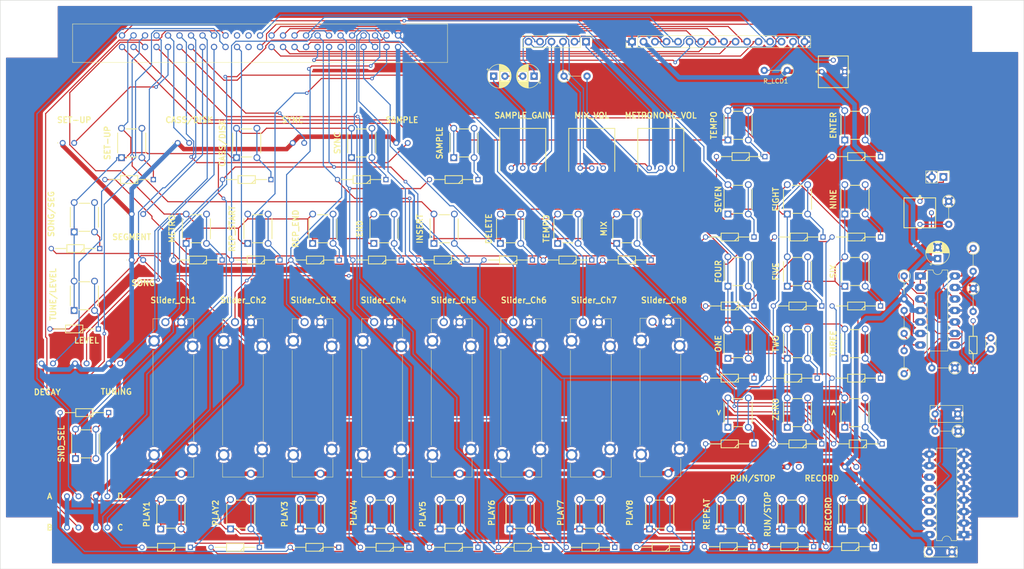
<source format=kicad_pcb>
(kicad_pcb (version 20221018) (generator pcbnew)
  (layers (0 "F.Cu" signal) (31 "B.Cu" signal) (34 "B.Paste" user) (35 "F.Paste" user) (36 "B.SilkS" user "B.Silkscreen") (37 "F.SilkS" user "F.Silkscreen") (38 "B.Mask" user) (39 "F.Mask" user) (44 "Edge.Cuts" user))
  (net 0 "")
  (net 1 "Net-(D37-K)")
  (net 2 "Net-(D37-A)")
  (net 3 "GND")
  (net 4 "+5V")
  (net 5 "CN1_3")
  (net 6 "CN1_4")
  (net 7 "CN1_5")
  (net 8 "CN1_6")
  (net 9 "CN1_7")
  (net 10 "CN1_8")
  (net 11 "CN1_9")
  (net 12 "CN1_10")
  (net 13 "CN1_11")
  (net 14 "CN1_12")
  (net 15 "CN1_13")
  (net 16 "CN1_14")
  (net 17 "CN1_15")
  (net 18 "CN1_16")
  (net 19 "CN1_17")
  (net 20 "CN1_18")
  (net 21 "CN1_19")
  (net 22 "CN1_20")
  (net 23 "CN1_21")
  (net 24 "CN1_22")
  (net 25 "CN1_23")
  (net 26 "CN1_24")
  (net 27 "CN1_25")
  (net 28 "CN1_26")
  (net 29 "CN1_27")
  (net 30 "CN1_28")
  (net 31 "CN1_29")
  (net 32 "CN1_30")
  (net 33 "CN1_31")
  (net 34 "CN1_32")
  (net 35 "CN1_33")
  (net 36 "CN1_34")
  (net 37 "CN1_35")
  (net 38 "CN1_36")
  (net 39 "CN1_37")
  (net 40 "D.+S{slash}P_SELECT")
  (net 41 "CN1_39")
  (net 42 "CN1_40")
  (net 43 "CN1_41")
  (net 44 "CN1_42")
  (net 45 "CN1_43")
  (net 46 "CN1_44")
  (net 47 "CN1_45")
  (net 48 "CN1_46")
  (net 49 "CN1_47")
  (net 50 "CN1_48")
  (net 51 "CN1_49")
  (net 52 "CN1_50")
  (net 53 "CN2_1")
  (net 54 "CN2_2")
  (net 55 "CN2_3")
  (net 56 "CN2_4")
  (net 57 "CN2_5")
  (net 58 "CN2_6")
  (net 59 "Net-(D1-K)")
  (net 60 "Net-(D2-K)")
  (net 61 "Net-(D3-K)")
  (net 62 "Net-(D4-K)")
  (net 63 "Net-(D5-K)")
  (net 64 "Net-(D6-K)")
  (net 65 "Net-(D7-K)")
  (net 66 "Net-(D8-K)")
  (net 67 "Net-(D9-K)")
  (net 68 "Net-(D10-K)")
  (net 69 "Net-(D11-K)")
  (net 70 "Net-(D12-K)")
  (net 71 "Net-(D13-K)")
  (net 72 "Net-(D14-K)")
  (net 73 "Net-(D15-K)")
  (net 74 "Net-(D16-K)")
  (net 75 "Net-(D17-K)")
  (net 76 "Net-(D18-K)")
  (net 77 "Net-(D19-K)")
  (net 78 "Net-(D20-K)")
  (net 79 "Net-(D21-K)")
  (net 80 "Net-(D22-K)")
  (net 81 "Net-(D23-K)")
  (net 82 "Net-(D24-K)")
  (net 83 "Net-(D25-K)")
  (net 84 "Net-(D26-K)")
  (net 85 "Net-(D27-K)")
  (net 86 "Net-(D28-K)")
  (net 87 "Net-(D29-K)")
  (net 88 "Net-(D30-K)")
  (net 89 "Net-(D31-K)")
  (net 90 "Net-(D32-K)")
  (net 91 "Net-(D33-K)")
  (net 92 "Net-(D34-K)")
  (net 93 "Net-(D35-K)")
  (net 94 "Net-(D36-K)")
  (net 95 "Net-(D38-K)")
  (net 96 "Net-(D39-K)")
  (net 97 "Net-(D40-K)")
  (net 98 "Net-(D41-K)")
  (net 99 "Net-(IC1A--)")
  (net 100 "V.+SLIDER8")
  (net 101 "D.+ADCIN7")
  (net 102 "Net-(IC1B-+)")
  (net 103 "Net-(IC1B--)")
  (net 104 "Net-(IC1-Pad7)")
  (net 105 "Net-(IC1C-+)")
  (net 106 "Net-(IC1D--)")
  (net 107 "Net-(IC2-X0)")
  (net 108 "Net-(RT12-WIPER)")
  (net 109 "Net-(kluge_C1-Pad2)")
  (net 110 "CN1_38")
  (net 111 "/Potentiometers/V.+PIEZOIN")
  (net 112 "Net-(RT11-CW)")
  (net 113 "Net-(RT10-WIPER)")
  (net 114 "/Connector/LCD_Vo")
  (net 115 "Net-(LCD216-Pin_15)")
  (footprint "SamacSys_Parts:PTA20432015DPB103" (layer "F.Cu") (at 52.6863 100.6 -90)
    (fp_text reference "RT8" hide)
    (fp_text value "Slider_Ch1")
  )
  (footprint "SamacSys_Parts:DIOAD1068W53L380D172" (layer "F.Cu") (at 207.102 80.28 180)
    (fp_text reference "D18" hide)
    (fp_text value "1N4148" hide)
  )
  (footprint "SamacSys_Parts:DIOAD1068W53L380D172" (layer "F.Cu") (at 87.5834 70.12 180)
    (fp_text reference "D29" hide)
    (fp_text value "1N4148" hide)
  )
  (footprint "SamacSys_Parts:DIOAD1068W53L380D172" (layer "F.Cu") (at 54.702 133.62 180)
    (fp_text reference "D5" hide)
    (fp_text value "1N4148" hide)
  )
  (footprint "MountingHole:MountingHole_3.2mm_M3" (layer "F.Cu") (at 232.41 19.05)
    (fp_text reference "H1" hide)
    (fp_text value "MountingHole" hide)
  )
  (footprint "SamacSys_Parts:DIOAD1068W53L380D172" (layer "F.Cu") (at 69.942 133.62 180)
    (fp_text reference "D6" hide)
    (fp_text value "1N4148" hide)
  )
  (footprint "SamacSys_Parts:DTS63NV" (layer "F.Cu") (at 187.534 126.3043 90)
    (fp_text reference "SW3" hide)
    (fp_text value "RUN/STOP")
  )
  (footprint "SamacSys_Parts:DTS63NV" (layer "F.Cu") (at 175.65 72.66 90)
    (fp_text reference "SW20" hide)
    (fp_text value "FOUR")
  )
  (footprint "SamacSys_Parts:PTA20432015DPB103" (layer "F.Cu") (at 144.8806 100.6 -90)
    (fp_text reference "RT2" hide)
    (fp_text value "Slider_Ch7")
  )
  (footprint "Capacitor_THT:CP_Radial_D5.0mm_P2.50mm" (layer "F.Cu") (at 130.592 29.48 180)
    (fp_text reference "kluge_C2" hide)
    (fp_text value "10uF" hide)
  )
  (footprint "SamacSys_Parts:DTS63NV" (layer "F.Cu") (at 188.762 56.71 90)
    (fp_text reference "SW15" hide)
    (fp_text value "EIGHT")
  )
  (footprint "Resistor_THT:R_Axial_DIN0207_L6.3mm_D2.5mm_P5.08mm_Vertical" (layer "F.Cu") (at 186.512 28.21 180)
    (fp_text reference "R_LCD1")
    (fp_text value "100" hide)
  )
  (footprint "Capacitor_THT:C_Disc_D3.0mm_W2.0mm_P2.50mm" (layer "F.Cu") (at 231.4566 89.83 90)
    (fp_text reference "C3" hide)
    (fp_text value "100pF" hide)
  )
  (footprint "SamacSys_Parts:DTS63NV" (layer "F.Cu") (at 188.762 103.85 90)
    (fp_text reference "SW13" hide)
    (fp_text value "ZERO")
  )
  (footprint "SamacSys_Parts:DIOAD1068W53L380D172" (layer "F.Cu") (at 179.162 110.76 180)
    (fp_text reference "D35" hide)
    (fp_text value "1N4148" hide)
  )
  (footprint "Resistor_THT:R_Axial_DIN0207_L6.3mm_D2.5mm_P5.08mm_Vertical" (layer "F.Cu") (at 224.2484 107.95 180)
    (fp_text reference "R6" hide)
    (fp_text value "2.2M" hide)
  )
  (footprint "SamacSys_Parts:DTS63NV" (layer "F.Cu") (at 175.65 103.85 90)
    (fp_text reference "SW35" hide)
    (fp_text value "<")
  )
  (footprint "SamacSys_Parts:LTL1CHKGKNN" (layer "F.Cu") (at 51.892 44.2467)
    (fp_text reference "LP14" hide)
    (fp_text value "CASS/DISK")
  )
  (footprint "SamacSys_Parts:TSR3386TEY5103TR" (layer "F.Cu") (at 125.552 49.8)
    (fp_text reference "RT12" hide)
    (fp_text value "SAMPLE_GAIN")
  )
  (footprint "SamacSys_Parts:DIOAD1068W53L380D172" (layer "F.Cu") (at 118.202 52.34 180)
    (fp_text reference "D39" hide)
    (fp_text value "1N4148" hide)
  )
  (footprint "SamacSys_Parts:DTS63NV" (layer "F.Cu") (at 83.9506 63.21 90)
    (fp_text reference "SW29" hide)
    (fp_text value "REP_END")
  )
  (footprint "SamacSys_Parts:LTL1CHKGKNN" (layer "F.Cu") (at 29.2342 92.98)
    (fp_text reference "LP8" hide)
    (fp_text value "LEVEL")
  )
  (footprint "SamacSys_Parts:PTA20432015DPB103" (layer "F.Cu") (at 129.5149 100.6 -90)
    (fp_text reference "RT3" hide)
    (fp_text value "Slider_Ch6")
  )
  (footprint "SamacSys_Parts:DTS63NV" (layer "F.Cu") (at 201.462 103.85 90)
    (fp_text reference "SW34" hide)
    (fp_text value ">")
  )
  (footprint "SamacSys_Parts:HIF3BB50PA254DS71" (layer "F.Cu") (at 100.5563 20.49 180)
    (fp_text reference "CN1" hide)
    (fp_text value "HIF3BB-50PA-2.54DS_71_" hide)
  )
  (footprint "Resistor_THT:R_Axial_DIN0207_L6.3mm_D2.5mm_P5.08mm_Vertical" (layer "F.Cu") (at 212.315 86.36 90)
    (fp_text reference "R3" hide)
    (fp_text value "100K" hide)
  )
  (footprint "SamacSys_Parts:DTS63NV" (layer "F.Cu") (at 56.0106 63.21 90)
    (fp_text reference "SW31" hide)
    (fp_text value "METRO")
  )
  (footprint "SamacSys_Parts:LTL1CHKGKNN" (layer "F.Cu") (at 21.8163 92.98)
    (fp_text reference "LP7" hide)
    (fp_text value "DECAY")
  )
  (footprint "SamacSys_Parts:DTS63NV" (layer "F.Cu") (at 31.572 110.76 90)
    (fp_text reference "SW2" hide)
    (fp_text value "SND_SEL")
  )
  (footprint "SamacSys_Parts:DIOAD1068W53L380D172" (layer "F.Cu") (at 61.702 70.12 180)
    (fp_text reference "D31" hide)
    (fp_text value "1N4148" hide)
  )
  (footprint "SamacSys_Parts:DTS63NV" (layer "F.Cu") (at 92.532 44.2467 90)
    (fp_text reference "SW38" hide)
    (fp_text value "SYNC")
  )
  (footprint "SamacSys_Parts:LTL1CHKGKNN" (layer "F.Cu") (at 41.732 70.12)
    (fp_text reference "LP11" hide)
    (fp_text value "SONG")
  )
  (footprint "SamacSys_Parts:3362P_1" (layer "F.Cu") (at 196.672 32.02)
    (fp_text reference "TR_LCD1" hide)
    (fp_text value "3362P-1-204LF" hide)
  )
  (footprint "SamacSys_Parts:TSR3386TEY5103TR" (layer "F.Cu") (at 140.792 49.8)
    (fp_text reference "RT9" hide)
    (fp_text value "MIX_VOL")
  )
  (footprint "SamacSys_Parts:DTS63NV" (layer "F.Cu") (at 31.282 78.03 90)
    (fp_text reference "SW17" hide)
    (fp_text value "TUNE/LEVEL")
  )
  (footprint "SamacSys_Parts:DIOAD1068W53L380D172" (layer "F.Cu") (at 207.4453 110.76 180)
    (fp_text reference "D34" hide)
    (fp_text value "1N4148" hide)
  )
  (footprint "Package_DIP:DIP-14_W7.62mm_LongPads" (layer "F.Cu") (at 215.9 73.66)
    (fp_text reference "IC1" hide)
    (fp_text value "TLC274")
  )
  (footprint "SamacSys_Parts:DTS63NV" (layer "F.Cu") (at 138.062 63.21 90)
    (fp_text reference "SW25" hide)
    (fp_text value "TEMPO")
  )
  (footprint "SamacSys_Parts:LTL1CHKGKNN" (layer "F.Cu") (at 77.292 44.2467)
    (fp_text reference "LP13" hide)
    (fp_text value "SYNC")
  )
  (footprint "SamacSys_Parts:DIOAD1068W53L380D172" (layer "F.Cu") (at 130.2306 70.12 180)
    (fp_text reference "D26" hide)
    (fp_text value "1N4148" hide)
  )
  (footprint "SamacSys_Parts:DIOAD1068W53L380D172" (layer "F.Cu") (at 193.132 96.23 180)
    (fp_text reference "D22" hide)
    (fp_text value "1N4148" hide)
  )
  (footprint "SamacSys_Parts:LTL1CHKGKNN" (layer "F.Cu") (at 41.732 59.96)
    (fp_text reference "LP10" hide)
    (fp_text value "SEGMENT")
  )
  (footprint "SamacSys_Parts:DIOAD1068W53L380D172" (layer "F.Cu") (at 207.102 96.23 180)
    (fp_text reference "D21" hide)
    (fp_text value "1N4148" hide)
  )
  (footprint "SamacSys_Parts:DTS63NV" (layer "F.Cu") (at 96.6606 126.3043 90)
    (fp_text reference "SW8" hide)
    (fp_text value "PLAY4")
  )
  (footprint "SamacSys_Parts:DIOAD1068W53L380D172" (layer "F.Cu") (at 87.452 133.62 180)
    (fp_text reference "D7" hide)
    (fp_text value "1N4148" hide)
  )
  (footprint "Connector_PinHeader_2.54mm:PinHeader_1x02_P2.54mm_Vertical" (layer "F.Cu") (at 220.98 51.77 -90)
    (fp_text reference "PIEZO1" hide)
    (fp_text value "Conn_01x02" hide)
  )
  (footprint "SamacSys_Parts:LTL1CHKGKNN" (layer "F.Cu") (at 186.512 115.84)
    (fp_text reference "LP5" hide)
    (fp_text value "RUN/STOP")
  )
  (footprint "SamacSys_Parts:PTA20432015DPB103" (layer "F.Cu") (at 68.052 100.6 -90)
    (fp_text reference "RT7" hide)
    (fp_text value "Slider_Ch2")
  )
  (footprint "SamacSys_Parts:DTS63NV" (layer "F.Cu") (at 158.3463 126.3043 90)
    (fp_text reference "SW12" hide)
    (fp_text value "PLAY8")
  )
  (footprint "SamacSys_Parts:DIOAD1068W53L380D172" (layer "F.Cu") (at 207.102 65.04 180)
    (fp_text reference "D14" hide)
    (fp_text value "1N4148" hide)
  )
  (footprint "SamacSys_Parts:DTS63NV" (layer "F.Cu") (at 41.732 44.2467 90)
    (fp_text reference "SW40" hide)
    (fp_text value "SET-UP")
  )
  (footprint "SamacSys_Parts:LTL1CHKGKNN" (layer "F.Cu") (at 33.822 122.35)
    (fp_text reference "LP1" hide)
    (fp_text value "D")
  )
  (footprint "SamacSys_Parts:DTS63NV" (layer "F.Cu") (at 188.762 88.61 90)
    (fp_text reference "SW22" hide)
    (fp_text value "TWO")
  )
  (footprint "SamacSys_Parts:DTS63NV" (layer "F.Cu") (at 188.762 72.66 90)
    (fp_text reference "SW19" hide)
    (fp_text value "FIVE")
  )
  (footprint "SamacSys_Parts:DTS63NV" (layer "F.Cu") (at 112.082 126.3043 90)
    (fp_text reference "SW9" hide)
    (fp_text value "PLAY5")
  )
  (footprint "SamacSys_Parts:DTS63NV" (layer "F.Cu") (at 31.282 60.67 90)
    (fp_text reference "SW32" hide)
    (fp_text value "SONG/SEG")
  )
  (footprint "SamacSys_Parts:LTL1CHKGKNN" (layer "F.Cu") (at 100.152 44.2467)
    (fp_text reference "LP12" hide)
    (fp_text value "SAMPLE")
  )
  (footprint "SamacSys_Parts:DTS63NV" (layer "F.Cu") (at 175.65 88.61 90)
    (fp_text reference "SW23" hide)
    (fp_text value "ONE")
  )
  (footprint "SamacSys_Parts:DTS63NV" (layer "F.Cu") (at 201.462 40.35 90)
    (fp_text reference "SW33" hide)
    (fp_text value "ENTER")
  )
  (footprint "SamacSys_Parts:DTS63NV" (layer "F.Cu") (at 142.9249 126.3043 90)
    (fp_text reference "SW11" hide)
    (fp_text value "PLAY7")
  )
  (footprint "SamacSys_Parts:DIOAD1068W53L380D172" (layer "F.Cu") (at 46.522 52.34 180)
    (fp_text reference "D38" hide)
    (fp_text value "1N4148" hide)
  )
  (footprint "Resistor_THT:R_Axial_DIN0207_L6.3mm_D2.5mm_P5.08mm_Vertical" (layer "F.Cu") (at 223.52 93.98 180)
    (fp_text reference "R2" hide)
    (fp_text value "10K" hide)
  )
  (footprint "SamacSys_Parts:LTL1CHKGKNN" (layer "F.Cu") (at 27.4449 122.35)
    (fp_text reference "LP6" hide)
    (fp_text value "A")
  )
  (footprint "SamacSys_Parts:DIOAD1068W53L380D172" (layer "F.Cu") (at 115.7934 70.12 180)
    (fp_text reference "D27" hide)
    (fp_text value "1N4148" hide)
  )
  (footprint "Resistor_THT:R_Axial_DIN0207_L6.3mm_D2.5mm_P5.08mm_Vertical" (layer "F.Cu") (at 227.555 76.425 -90)
    (fp_text reference "R8" hide)
    (fp_text value "15K" hide)
  )
  (footprint "SamacSys_Parts:DTS63NV" (layer "F.Cu") (at 65.8177 126.3043 90)
    (fp_text reference "SW6" hide)
    (fp_text value "PLAY2")
  )
  (footprint "SamacSys_Parts:DTS63NV" (layer "F.Cu") (at 69.612 63.21 90)
    (fp_text reference "SW30" hide)
    (fp_text value "REP_START")
  )
  (footprint "SamacSys_Parts:DIOAD1068W53L380D172" (layer "F.Cu") (at 34.382 85.36 180)
    (fp_text reference "D17" hide)
    (fp_text value "1N4148" hide)
  )
  (footprint "MountingHole:MountingHole_3.2mm_M3" (layer "F.Cu") (at 19.05 19.05)
    (fp_text reference "H2" hide)
    (fp_text value "MountingHole" hide)
  )
  (footprint "SamacSys_Parts:PTA20432015DPB103" (layer "F.Cu") (at 114.1491 100.6 -90)
    (fp_text reference "RT4" hide)
    (fp_text value "Slider_Ch5")
  )
  (footprint "SamacSys_Parts:DIOAD1068W53L380D172" (layer "F.Cu") (at 181.572 47.26 180)
    (fp_text reference "D36" hide)
    (fp_text value "1N4148" hide)
  )
  (footprint "MountingHole:MountingHole_3.2mm_M3" (layer "F.Cu") (at 19.05 132.08)
    (fp_text reference "H3" hide)
    (fp_text value "MountingHole" hide)
  )
  (footprint "Capacitor_THT:CP_Radial_D5.0mm_P2.50mm" (layer "F.Cu") (at 219.71 69.81 90)
    (fp_text reference "C1" hide)
    (fp_text value "10uF" hide)
  )
  (footprint "SamacSys_Parts:DTS63NV" (layer "F.Cu") (at 81.2391 126.3043 90)
    (fp_text reference "SW7" hide)
    (fp_text value "PLAY3")
  )
  (footprint "SamacSys_Parts:DIOAD1068W53L380D172" (layer "F.Cu") (at 179.162 80.28 180)
    (fp_text reference "D20" hide)
    (fp_text value "1N4148" hide)
  )
  (footprint "SamacSys_Parts:DIOAD1068W53L380D172" (layer "F.Cu") (at 143.332 70.12 180)
    (fp_text reference "D25" hide)
    (fp_text value "1N4148" hide)
  )
  (footprint "SamacSys_Parts:DIOAD1068W53L380D172" (layer "F.Cu") (at 227.555 94.25 90)
    (fp_text reference "D37" hide)
    (fp_text value "1N4148" hide)
  )
  (footprint "Resistor_THT:R_Axial_DIN0207_L6.3mm_D2.5mm_P5.08mm_Vertical" (layer "F.Cu") (at 227.555 67.535 -90)
    (fp_text reference "R7" hide)
    (fp_text value "15K" hide)
  )
  (footprint "SamacSys_Parts:DIOAD1068W53L380D172" (layer "F.Cu") (at 34.672 67.58 180)
    (fp_text reference "D32" hide)
    (fp_text value "1N4148" hide)
  )
  (footprint "SamacSys_Parts:DTS63NV" (layer "F.Cu") (at 200.966 126.3043 90)
    (fp_text reference "SW1" hide)
    (fp_text value "RECORD")
  )
  (footprint "SamacSys_Parts:DIOAD1068W53L380D172" (layer "F.Cu") (at 101.2791 70.12 180)
    (fp_text reference "D28" hide)
    (fp_text value "1N4148" hide)
  )
  (footprint "SamacSys_Parts:DTS63NV" (layer "F.Cu") (at 125.3934 63.21 90)
    (fp_text reference "SW26" hide)
    (fp_text value "DELETE")
  )
  (footprint "SamacSys_Parts:DIOAD1068W53L380D172" (layer "F.Cu") (at 179.162 96.23 180)
    (fp_text reference "D23" hide)
    (fp_text value "1N4148" hide)
  )
  (footprint "Resistor_THT:R_Axial_DIN0207_L6.3mm_D2.5mm_P5.08mm_Vertical" (layer "F.Cu") (at 212.315 73.66 -90)
    (fp_text reference "R5" hide)
    (fp_text value "390K" hide)
  )
  (footprint "Resistor_THT:R_Axial_DIN0207_L6.3mm_D2.5mm_P5.08mm_Vertical" (layer "F.Cu") (at 222.1584 57.15 -90)
    (fp_text reference "R1" hide)
    (fp_text value "10K" hide)
  )
  (footprint "SamacSys_Parts:LTL1CHKGKNN" (layer "F.Cu") (at 33.822 129.25)
    (fp_text reference "LP2" hide)
    (fp_text value "C")
  )
  (footprint "SamacSys_Parts:DTS63NV" (layer "F.Cu") (at 201.462 72.66 90)
    (fp_text reference "SW18" hide)
    (fp_text value "SIX")
  )
  (footprint "SamacSys_Parts:PTA20432015DPB103" (layer "F.Cu") (at 160.2463 100.5 -90)
    (fp_text reference "RT1" hide)
    (fp_text value "Slider_Ch8")
  )
  (footprint "Package_DIP:DIP-16_W7.62mm_LongPads" (layer "F.Cu") (at 225.5184 130.81 180)
    (fp_text reference "IC2" hide)
    (fp_text value "MC14053BDG")
  )
  (footprint "SamacSys_Parts:DIOAD1068W53L380D172" (layer "F.Cu") (at 156.4334 70.12 180)
    (fp_text reference "D24" hide)
    (fp_text value "1N4148" hide)
  )
  (footprint "SamacSys_Parts:DTS63NV" (layer "F.Cu") (at 67.132 44.2467 90)
    (fp_text reference "SW39" hide)
    (fp_text value "CASS/DISK")
  )
  (footprint "SamacSys_Parts:DTS63NV" (layer "F.Cu") (at 201.462 88.61 90)
    (fp_text reference "SW21" hide)
    (fp_text value "THREE")
  )
  (footprint "SamacSys_Parts:DTS63NV" (layer "F.Cu") (at 50.3963 126.3043 90)
    (fp_text reference "SW5" hide)
    (fp_text value "PLAY1")
  )
  (footprint "SamacSys_Parts:DIOAD1068W53L380D172" (layer "F.Cu") (at 102.962 133.62 180)
    (fp_text reference "D12" hide)
    (fp_text value "1N4148" hide)
  )
  (footprint "SamacSys_Parts:LTL1CHKGKNN" (layer "F.Cu") (at 26.492 44.2467)
    (fp_text reference "LP15" hide)
    (fp_text value "SET-UP")
  )
  (footprint "SamacSys_Parts:LTL1CHKGKNN" (layer "F.Cu") (at 36.652 92.98)
    (fp_text reference "LP9" hide)
    (fp_text value "TUNING")
  )
  (footprint "SamacSys_Parts:TSR3386TEY5103TR" (layer "F.Cu") (at 156.032 49.8)
    (fp_text reference "RT10" hide)
    (fp_text value "METRONOME_VOL")
  )
  (footprint "Connector_PinHeader_2.54mm:PinHeader_1x16_P2.54mm_Vertical" (layer "F.Cu") (at 152.222 21.86 90)
    (fp_text reference "LCD216" hide)
    (fp_text value "Conn_01x16_Pin" hide)
  )
  (footprint "Resistor_THT:R_Axial_DIN0207_L6.3mm_D2.5mm_P5.08mm_Vertical" (layer "F.Cu") (at 212.315 95.25 90)
    (fp_text reference "R4" hide)
    (fp_text value "10K" hide)
  )
  (footprint "SamacSys_Parts:DTS63NV" (layer "F.Cu") (at 175.65 56.71 90)
    (fp_text reference "SW16" hide)
    (fp_text value "SEVEN")
  )
  (footprint "Capacitor_THT:CP_Radial_D5.0mm_P2.50mm" (layer "F.Cu") (at 121.662 29.48)
    (fp_text reference "kluge_C1" hide)
    (fp_text value "10uF" hide)
  )
  (footprint "SamacSys_Parts:DIOAD1068W53L380D172" (layer "F.Cu") (at 163.922 133.62 180)
    (fp_text reference "D8" hide)
    (fp_text value "1N4148" hide)
  )
  (footprint "SamacSys_Parts:DTS63NV" (layer "F.Cu") (at 201.462 56.71 90)
    (fp_text reference "SW14" hide)
    (fp_text value "NINE")
  )
  (footprint "Resistor_THT:R_Axial_DIN0207_L6.3mm_D2.5mm_P5.08mm_Vertical" (layer "F.Cu") (at 137.207 29.48)
    (fp_text reference "R9" hide)
    (fp_text value "10K" hide)
  )
  (footprint "SamacSys_Parts:DIOAD1068W53L380D172" (layer "F.Cu") (at 133.442 133.62 180)
    (fp_text reference "D10" hide)
    (fp_text value "1N4148" hide)
  )
  (footprint "SamacSys_Parts:DTS63NV" (layer "F.Cu") (at 175.65 40.35 90)
    (fp_text reference "SW36" hide)
    (fp_text value "TEMPO")
  )
  (footprint "SamacSys_Parts:DIOAD1068W53L380D172" (layer "F.Cu") (at 36.632 103.85 180)
    (fp_text reference "D4" hide)
    (fp_text value "1N4148" hide)
  )
  (footprint "SamacSys_Parts:DIOAD1068W53L380D172" (layer "F.Cu") (at 178.892 133.475 180)
    (fp_text reference "D2" hide)
    (fp_text value "1N4148" hide)
  )
  (footprint "SamacSys_Parts:DTS63NV" (layer "F.Cu") (at 115.102 44.2467 90)
    (fp_text reference "SW37" hide)
    (fp_text value "SAMPLE")
  )
  (footprint "SamacSys_Parts:DIOAD1068W53L380D172" (layer "F.Cu") (at 192.324 133.475 180)
    (fp_text reference "D1" hide)
    (fp_text value "1N4148" hide)
  )
  (footprint "SamacSys_Parts:DTS63NV" (layer "F.Cu") (at 127.5034 126.3043 90)
    (fp_text reference "SW10" hide)
    (fp_text value "PLAY6")
  )
  (footprint "SamacSys_Parts:3362P_1" (layer "F.Cu") (at 212.2784 59.69 -90)
    (fp_text reference "RT11" hide)
    (fp_text value "100K(3362P-1-103LF)" hide)
  )
  (footprint "SamacSys_Parts:DTS63NV" (layer "F.Cu") (at 174.102 126.3043 90)
    (fp_text reference "SW4" hide)
    (fp_text value "REPEAT")
  )
  (footprint "SamacSys_Parts:DIOAD1068W53L380D172" (layer "F.Cu") (at 74.482 70.12 180)
    (fp_text reference "D30" hide)
    (fp_text value "1N4148" hide)
  )
  (footprint "SamacSys_Parts:DIOAD1068W53L380D172" (layer "F.Cu") (at 194.402 65.04 180)
    (fp_text reference "D15" hide)
    (fp_text value "1N4148" hide)
  )
  (footprint "SamacSys_Parts:DIOAD1068W53L380D172" (layer "F.Cu") (at 194.132 110.76 180)
    (fp_text reference "D13" hide)
    (fp_text value "1N4148" hide)
  )
  (footprint "SamacSys_Parts:DTS63NV" (layer "F.Cu") (at 97.4534 63.21 90)
    (fp_text reference "SW28" hide)
    (fp_text value "END")
  )
  (footprint "SamacSys_Parts:DIOAD1068W53L380D172" (layer "F.Cu") (at 194.132 80.28 180)
    (fp_text reference "D19" hide)
    (fp_text value "1N4148" hide)
  )
  (footprint "SamacSys_Parts:DIOAD1068W53L380D172" (layer "F.Cu") (at 205.756 133.475 180)
    (fp_text reference "D3" hide)
    (fp_text value "1N4148" hide)
  )
  (footprint "SamacSys_Parts:DIOAD1068W53L380D172" (layer "F.Cu") (at 207.102 47.26 180)
    (fp_text reference "D33" hide)
    (fp_text value "1N4148" hide)
  )
  (footprint "SamacSys_Parts:LTL1CHKGKNN" (layer "F.Cu") (at 27.4449 129.25)
    (fp_text reference "LP3" hide)
    (fp_text value "B")
  )
  (footprint "MountingHole:MountingHole_3.2mm_M3" (layer "F.Cu") (at 232.41 132.08)
    (fp_text reference "H4" hide)
    (fp_text value "MountingHole" hide)
  )
  (footprint "SamacSys_Parts:DIOAD1068W53L380D172" (layer "F.Cu") (at 97.882 52.34 180)
    (fp_text reference "D40" hide)
    (fp_text value "1N4148" hide)
  )
  (footprint "SamacSys_Parts:DIOAD1068W53L380D172" (layer "F.Cu") (at 118.202 133.62 180)
    (fp_text reference "D11" hide)
    (fp_text value "1N4148" hide)
  )
  (footprint "SamacSys_Parts:DTS63NV" (layer "F.Cu") (at 110.7334 63.21 90)
    (fp_text reference "SW27" hide)
    (fp_text value "INSERT")
  )
  (footprint "SamacSys_Parts:LTL1CHKGKNN" (layer "F.Cu") (at 199.212 115.84)
    (fp_text reference "LP4" hide)
    (fp_text value "RECORD")
  )
  (footprint "Capacitor_THT:C_Rect_L7.0mm_W3.5mm_P5.00mm" (layer "F.Cu") (at 219.1684 104.14)
    (fp_text reference "C4" hide)
    (fp_text value "0.02uF" hide)
  )
  (footprint "SamacSys_Parts:DIOAD1068W53L380D172" (layer "F.Cu") (at 148.412 133.62 180)
    (fp_text reference "D9" hide)
    (fp_text value "1N4148" hide)
  )
  (footprint "Connector_PinHeader_2.54mm:PinHeader_1x06_P2.54mm_Vertical" (layer "F.Cu") (at 142.062 21.86 -90)
    (fp_text reference "CN2" hide)
    (fp_text value "Molex(Conn_01x06)" hide)
  )
  (footprint "Capacitor_THT:C_Rect_L7.0mm_W2.0mm_P5.00mm" (layer "F.Cu") (at 217.8834 134.635)
    (fp_text reference "C2" hide)
    (fp_text value "0.1uF" hide)
  )
  (footprint "SamacSys_Parts:PTA20432015DPB103" (layer "F.Cu") (at 98.7834 100.6 -90)
    (fp_text reference "RT5" hide)
    (fp_text value "Slider_Ch4")
  )
  (footprint "SamacSys_Parts:DIOAD1068W53L380D172" (layer "F.Cu") (at 179.162 65.04 180)
    (fp_text reference "D16" hide)
    (fp_text value "1N4148" hide)
  )
  (footprint "SamacSys_Parts:DIOAD1068W53L380D172" (layer "F.Cu") (at 72.482 52.34 180)
    (fp_text reference "D41" hide)
    (fp_text value "1N4148" hide)
  )
  (footprint "SamacSys_Parts:PTA20432015DPB103" (layer "F.Cu") (at 83.4177 100.6 -90)
    (fp_text reference "RT6" hide)
    (fp_text value "Slider_Ch3")
  )
  (footprint "SamacSys_Parts:DTS63NV" (layer "F.Cu") (at 151.0834 63.21 90)
    (fp_text reference "SW24" hide)
    (fp_text value "MIX")
  )
  (gr_rect (start 12.7 12.7) (end 238.76 138.43) (stroke (width 0.1)) (fill none) (layer "Edge.Cuts"))
  (segment (start 219.1684 103.5385) (end 219.1684 104.14) (width 0.25) (layer "F.Cu") (net 1))
  (segment (start 223.52 86.36) (end 219.71 86.36) (width 0.25) (layer "F.Cu") (net 1))
  (segment (start 227.555 94.25) (end 227.555 95.1519) (width 0.25) (layer "F.Cu") (net 1))
  (segment (start 219.1684 104.14) (end 219.1684 107.95) (width 0.25) (layer "F.Cu") (net 1))
  (segment (start 217.425 80.265) (end 215.9 78.74) (width 0.25) (layer "F.Cu") (net 1))
  (segment (start 219.71 86.36) (end 217.425 84.075) (width 0.25) (layer "F.Cu") (net 1))
  (segment (start 227.555 95.1519) (end 219.1684 103.5385) (width 0.25) (layer "F.Cu") (net 1))
  (segment (start 217.425 84.075) (end 217.425 80.265) (width 0.25) (layer "F.Cu") (net 1))
  (segment (start 225.0469 90.84) (end 227.555 93.3481) (width 0.25) (layer "B.Cu") (net 1))
  (segment (start 231.4566 89.83) (end 231.0731 89.83) (width 0.25) (layer "B.Cu") (net 1))
  (segment (start 231.0731 89.83) (end 227.555 93.3481) (width 0.25) (layer "B.Cu") (net 1))
  (segment (start 225.0469 86.36) (end 225.0469 90.84) (width 0.25) (layer "B.Cu") (net 1))
  (segment (start 223.52 86.36) (end 225.0469 86.36) (width 0.25) (layer "B.Cu") (net 1))
  (segment (start 227.555 94.25) (end 227.555 93.3481) (width 0.25) (layer "B.Cu") (net 1))
  (segment (start 227.555 86.3919) (end 227.555 83.55) (width 0.25) (layer "F.Cu") (net 2))
  (segment (start 228.4931 87.33) (end 227.555 86.3919) (width 0.25) (layer "F.Cu") (net 2))
  (segment (start 231.4566 87.33) (end 228.4931 87.33) (width 0.25) (layer "F.Cu") (net 2))
  (segment (start 223.52 88.9) (end 225.0469 88.9) (width 0.25) (layer "F.Cu") (net 2))
  (segment (start 225.0469 88.9) (end 227.555 86.3919) (width 0.25) (layer "F.Cu") (net 2))
  (segment (start 223.52 81.28) (end 222.82 81.28) (width 1) (layer "B.Cu") (net 3))
  (segment (start 38.822 95.15) (end 36.652 92.98) (width 1) (layer "F.Cu") (net 4))
  (segment (start 26.492 44.8198) (end 26.492 44.2467) (width 1) (layer "F.Cu") (net 4))
  (segment (start 197.8601 114.4881) (end 187.8639 114.4881) (width 1) (layer "F.Cu") (net 4))
  (segment (start 77.292 44.2467) (end 75.9385 45.6002) (width 1) (layer "F.Cu") (net 4))
  (segment (start 41.6322 59.96) (end 26.492 44.8198) (width 1) (layer "F.Cu") (net 4))
  (segment (start 186.512 115.84) (end 161.6563 115.84) (width 1) (layer "F.Cu") (net 4))
  (segment (start 52.6863 117.35) (end 38.822 117.35) (width 1) (layer "F.Cu") (net 4))
  (segment (start 194.132 28.49) (end 186.792 28.49) (width 1) (layer "F.Cu") (net 4))
  (segment (start 83.4177 117.35) (end 68.052 117.35) (width 1) (layer "F.Cu") (net 4))
  (segment (start 38.822 117.35) (end 38.822 95.15) (width 1) (layer "F.Cu") (net 4))
  (segment (start 114.1491 117.35) (end 98.7834 117.35) (width 1) (layer "F.Cu") (net 4))
  (segment (start 77.292 44.2467) (end 78.6684 42.8703) (width 1) (layer "F.Cu") (net 4))
  (segment (start 129.5149 117.35) (end 114.1491 117.35) (width 1) (layer "F.Cu") (net 4))
  (segment (start 144.8806 117.35) (end 129.5149 117.35) (width 1) (layer "F.Cu") (net 4))
  (segment (start 187.8639 114.4881) (end 186.512 115.84) (width 1) (layer "F.Cu") (net 4))
  (segment (start 75.9385 45.6002) (end 53.2455 45.6002) (width 1) (layer "F.Cu") (net 4))
  (segment (start 53.2455 45.6002) (end 51.892 44.2467) (width 1) (layer "F.Cu") (net 4))
  (segment (start 41.732 59.96) (end 41.6322 59.96) (width 1) (layer "F.Cu") (net 4))
  (segment (start 161.6563 115.84) (end 160.2463 117.25) (width 1) (layer "F.Cu") (net 4))
  (segment (start 186.792 28.49) (end 186.512 28.21) (width 1) (layer "F.Cu") (net 4))
  (segment (start 199.212 115.84) (end 197.8601 114.4881) (width 1) (layer "F.Cu") (net 4))
  (segment (start 78.6684 42.8703) (end 98.7756 42.8703) (width 1) (layer "F.Cu") (net 4))
  (segment (start 160.2463 117.25) (end 144.9806 117.25) (width 1) (layer "F.Cu") (net 4))
  (segment (start 98.7756 42.8703) (end 100.152 44.2467) (width 1) (layer "F.Cu") (net 4))
  (segment (start 144.9806 117.25) (end 144.8806 117.35) (width 1) (layer "F.Cu") (net 4))
  (segment (start 98.7834 117.35) (end 83.4177 117.35) (width 1) (layer "F.Cu") (net 4))
  (segment (start 68.052 117.35) (end 52.6863 117.35) (width 1) (layer "F.Cu") (net 4))
  (segment (start 38.822 117.35) (end 33.822 122.35) (width 1) (layer "F.Cu") (net 4))
  (segment (start 207.3235 82.9805) (end 203.991 82.9805) (width 1) (layer "B.Cu") (net 4))
  (segment (start 201.711 85.2605) (end 201.711 113.341) (width 1) (layer "B.Cu") (net 4))
  (segment (start 21.8163 92.98) (end 23.1682 94.3319) (width 1) (layer "B.Cu") (net 4))
  (segment (start 27.4449 129.25) (end 27.4449 125.8) (width 1) (layer "B.Cu") (net 4))
  (segment (start 212.315 77.989) (end 212.315 77.2381) (width 1) (layer "B.Cu") (net 4))
  (segment (start 219.71 69.81) (end 218.2081 69.81) (width 1) (layer "B.Cu") (net 4))
  (segment (start 217.4649 130.81) (end 216.2974 130.81) (width 1) (layer "B.Cu") (net 4))
  (segment (start 201.711 113.341) (end 199.212 115.84) (width 1) (layer "B.Cu") (net 4))
  (segment (start 23.1682 94.3319) (end 27.8823 94.3319) (width 1) (layer "B.Cu") (net 4))
  (segment (start 215.4665 81.28) (end 213.9981 81.28) (width 1) (layer "B.Cu") (net 4))
  (segment (start 212.315 77.989) (end 207.3235 82.9805) (width 1) (layer "B.Cu") (net 4))
  (segment (start 213.9215 75.6316) (end 212.315 77.2381) (width 1) (layer "B.Cu") (net 4))
  (segment (start 27.4449 125.8) (end 27.4449 122.35) (width 1) (layer "B.Cu") (net 4))
  (segment (start 214.2846 65.8865) (end 217.4767 69.0785) (width 1) (layer "B.Cu") (net 4))
  (segment (start 41.732 87.9) (end 36.652 92.98) (width 1) (layer "B.Cu") (net 4))
  (segment (start 100.5563 43.8424) (end 100.5563 23.03) (width 1) (layer "B.Cu") (net 4))
  (segment (start 41.732 70.12) (end 41.732 59.96) (width 1) (layer "B.Cu") (net 4))
  (segment (start 41.732 54.4067) (end 51.892 44.2467) (width 1) (layer "B.Cu") (net 4))
  (segment (start 186.512 28.21) (end 184.9574 29.7646) (width 1) (layer "B.Cu") (net 4))
  (segment (start 217.4767 69.0785) (end 213.9215 72.6337) (width 1) (layer "B.Cu") (net 4))
  (segment (start 201.3687 35.7267) (end 201.3687 44.7417) (width 1) (layer "B.Cu") (net 4))
  (segment (start 213.9981 80.4231) (end 212.315 78.74) (width 1) (layer "B.Cu") (net 4))
  (segment (start 216.2974 130.81) (end 214.182 130.81) (width 1) (layer "B.Cu") (net 4))
  (segment (start 41.732 59.96) (end 41.732 54.4067) (width 1) (layer "B.Cu") (net 4))
  (segment (start 36.652 92.98) (end 35.3001 94.3319) (width 1) (layer "B.Cu") (net 4))
  (segment (start 203.991 82.9805) (end 201.711 85.2605) (width 1) (layer "B.Cu") (net 4))
  (segment (start 214.2846 57.6576) (end 214.2846 65.8865) (width 1) (layer "B.Cu") (net 4))
  (segment (start 100.152 44.2467) (end 100.5563 43.8424) (width 1) (layer "B.Cu") (net 4))
  (segment (start 27.8823 94.3319) (end 29.2342 92.98) (width 1) (layer "B.Cu") (net 4))
  (segment (start 217.4767 69.0785) (end 218.2081 69.81) (width 1) (layer "B.Cu") (net 4))
  (segment (start 35.3001 94.3319) (end 30.5861 94.3319) (width 1) (layer "B.Cu") (net 4))
  (segment (start 212.315 78.74) (end 212.315 77.989) (width 1) (layer "B.Cu") (net 4))
  (segment (start 217.4649 130.81) (end 217.8984 130.81) (width 1) (layer "B.Cu") (net 4))
  (segment (start 41.732 70.12) (end 41.732 87.9) (width 1) (layer "B.Cu") (net 4))
  (segment (start 194.132 28.49) (end 201.3687 35.7267) (width 1) (layer "B.Cu") (net 4))
  (segment (start 33.822 125.8) (end 27.4449 125.8) (width 1) (layer "B.Cu") (net 4))
  (segment (start 33.822 125.8) (end 33.822 122.35) (width 1) (layer "B.Cu") (net 4))
  (segment (start 214.182 130.81) (end 199.212 115.84) (width 1) (layer "B.Cu") (net 4))
  (segment (start 217.8834 132.396) (end 216.2974 130.81) (width 1) (layer "B.Cu") (net 4))
  (segment (start 213.9981 81.28) (end 213.9981 80.4231) (width 1) (layer "B.Cu") (net 4))
  (segment (start 217.8834 134.635) (end 217.8834 132.396) (width 1) (layer "B.Cu") (net 4))
  (segment (start 215.4665 81.28) (end 215.9 81.28) (width 1) (layer "B.Cu") (net 4))
  (segment (start 201.3687 44.7417) (end 214.2846 57.6576) (width 1) (layer "B.Cu") (net 4))
  (segment (start 184.9574 29.7646) (end 162.6666 29.7646) (width 1) (layer "B.Cu") (net 4))
  (segment (start 30.5861 94.3319) (end 29.2342 92.98) (width 1) (layer "B.Cu") (net 4))
  (segment (start 213.9215 72.6337) (end 213.9215 75.6316) (width 1) (layer "B.Cu") (net 4))
  (segment (start 33.822 129.25) (end 33.822 125.8) (width 1) (layer "B.Cu") (net 4))
  (segment (start 162.6666 29.7646) (end 154.762 21.86) (width 1) (layer "B.Cu") (net 4))
  (segment (start 98.0163 20.49) (end 96.979 21.5273) (width 0.25) (layer "F.Cu") (net 5))
  (segment (start 96.979 21.5273) (end 72.5982 21.5273) (width 0.25) (layer "F.Cu") (net 5))
  (segment (start 72.5982 21.5273) (end 71.337 22.7885) (width 0.25) (layer "F.Cu") (net 5))
  (segment (start 71.337 22.7885) (end 71.337 23.2338) (width 0.25) (layer "F.Cu") (net 5))
  (segment (start 71.337 23.2338) (end 64.9813 29.5895) (width 0.25) (layer "F.Cu") (net 5))
  (segment (start 64.9813 29.5895) (end 62.4063 29.5895) (width 0.25) (layer "F.Cu") (net 5))
  (via (at 62.4063 29.5895) (size 0.8) (drill 0.4) (layers "F.Cu" "B.Cu") (net 5))
  (segment (start 62.694 29.8772) (end 62.694 53.3708) (width 0.25) (layer "B.Cu") (net 5))
  (segment (start 62.694 53.3708) (end 52.2873 63.7775) (width 0.25) (layer "B.Cu") (net 5))
  (segment (start 62.4063 29.5895) (end 62.694 29.8772) (width 0.25) (layer "B.Cu") (net 5))
  (segment (start 52.2873 80.749) (end 49.1863 83.85) (width 0.25) (layer "B.Cu") (net 5))
  (segment (start 52.2873 63.7775) (end 52.2873 80.749) (width 0.25) (layer "B.Cu") (net 5))
  (segment (start 67.1341 74.6662) (end 64.552 77.2483) (width 0.25) (layer "F.Cu") (net 6))
  (segment (start 64.552 77.2483) (end 64.552 83.85) (width 0.25) (layer "F.Cu") (net 6))
  (segment (start 94.8088 30.0081) (end 83.6223 30.0081) (width 0.25) (layer "F.Cu") (net 6))
  (segment (start 83.6223 30.0081) (end 80.3994 33.231) (width 0.25) (layer "F.Cu") (net 6))
  (via (at 94.8088 30.0081) (size 0.8) (drill 0.4) (layers "F.Cu" "B.Cu") (net 6))
  (via (at 67.1341 74.6662) (size 0.8) (drill 0.4) (layers "F.Cu" "B.Cu") (net 6))
  (via (at 80.3994 33.231) (size 0.8) (drill 0.4) (layers "F.Cu" "B.Cu") (net 6))
  (segment (start 77.7467 33.231) (end 73.3839 37.5938) (width 0.25) (layer "B.Cu") (net 6))
  (segment (start 98.0163 23.03) (end 98.0163 26.8006) (width 0.25) (layer "B.Cu") (net 6))
  (segment (start 68.4389 60.404) (end 68.4389 73.3614) (width 0.25) (layer "B.Cu") (net 6))
  (segment (start 80.3994 33.231) (end 77.7467 33.231) (width 0.25) (layer "B.Cu") (net 6))
  (segment (start 98.0163 26.8006) (end 94.8088 30.0081) (width 0.25) (layer "B.Cu") (net 6))
  (segment (start 68.4389 73.3614) (end 67.1341 74.6662) (width 0.25) (layer "B.Cu") (net 6))
  (segment (start 73.3839 55.459) (end 68.4389 60.404) (width 0.25) (layer "B.Cu") (net 6))
  (segment (start 73.3839 37.5938) (end 73.3839 55.459) (width 0.25) (layer "B.Cu") (net 6))
  (segment (start 81.4914 27.2301) (end 80.8423 27.8792) (width 0.25) (layer "F.Cu") (net 7))
  (segment (start 94.5116 27.2301) (end 81.4914 27.2301) (width 0.25) (layer "F.Cu") (net 7))
  (via (at 80.8423 27.8792) (size 0.8) (drill 0.4) (layers "F.Cu" "B.Cu") (net 7))
  (via (at 94.5116 27.2301) (size 0.8) (drill 0.4) (layers "F.Cu" "B.Cu") (net 7))
  (segment (start 96.5082 21.5219) (end 96.5082 25.2335) (width 0.25) (layer "B.Cu") (net 7))
  (segment (start 95.4763 20.49) (end 96.5082 21.5219) (width 0.25) (layer "B.Cu") (net 7))
  (segment (start 81.1263 46.0778) (end 81.1263 28.1632) (width 0.25) (layer "B.Cu") (net 7))
  (segment (start 75.9347 79.867) (end 75.9347 51.2694) (width 0.25) (layer "B.Cu") (net 7))
  (segment (start 79.9177 83.85) (end 75.9347 79.867) (width 0.25) (layer "B.Cu") (net 7))
  (segment (start 75.9347 51.2694) (end 81.1263 46.0778) (width 0.25) (layer "B.Cu") (net 7))
  (segment (start 81.1263 28.1632) (end 80.8423 27.8792) (width 0.25) (layer "B.Cu") (net 7))
  (segment (start 96.5082 25.2335) (end 94.5116 27.2301) (width 0.25) (layer "B.Cu") (net 7))
  (segment (start 94.2063 20.2862) (end 93.3539 19.4338) (width 0.25) (layer "B.Cu") (net 8))
  (segment (start 91.481 40.6727) (end 91.481 80.0476) (width 0.25) (layer "B.Cu") (net 8))
  (segment (start 90.9003 40.092) (end 91.481 40.6727) (width 0.25) (layer "B.Cu") (net 8))
  (segment (start 90.9003 37.9405) (end 90.9003 40.092) (width 0.25) (layer "B.Cu") (net 8))
  (segment (start 91.4341 20.54) (end 91.4341 37.4067) (width 0.25) (layer "B.Cu") (net 8))
  (segment (start 91.4341 37.4067) (end 90.9003 37.9405) (width 0.25) (layer "B.Cu") (net 8))
  (segment (start 95.4763 23.03) (end 94.2063 21.76) (width 0.25) (layer "B.Cu") (net 8))
  (segment (start 94.2063 21.76) (end 94.2063 20.2862) (width 0.25) (layer "B.Cu") (net 8))
  (segment (start 91.481 80.0476) (end 95.2834 83.85) (width 0.25) (layer "B.Cu") (net 8))
  (segment (start 93.3539 19.4338) (end 92.5403 19.4338) (width 0.25) (layer "B.Cu") (net 8))
  (segment (start 92.5403 19.4338) (end 91.4341 20.54) (width 0.25) (layer "B.Cu") (net 8))
  (segment (start 91.898 35.0216) (end 98.3324 41.456) (width 0.25) (layer "B.Cu") (net 9))
  (segment (start 110.6491 77.3413) (end 110.6491 83.85) (width 0.25) (layer "B.Cu") (net 9))
  (segment (start 91.898 21.5283) (end 91.898 35.0216) (width 0.25) (layer "B.Cu") (net 9))
  (segment (start 92.9363 20.49) (end 91.898 21.5283) (width 0.25) (layer "B.Cu") (net 9))
  (segment (start 98.3324 50.5738) (end 102.1795 54.4209) (width 0.25) (layer "B.Cu") (net 9))
  (segment (start 102.1795 54.4209) (end 102.1795 68.8717) (width 0.25) (layer "B.Cu") (net 9))
  (segment (start 102.1795 68.8717) (end 110.6491 77.3413) (width 0.25) (layer "B.Cu") (net 9))
  (segment (start 98.3324 41.456) (end 98.3324 50.5738) (width 0.25) (layer "B.Cu") (net 9))
  (segment (start 92.9363 29.9385) (end 98.8204 35.8226) (width 0.25) (layer "B.Cu") (net 10))
  (segment (start 98.8204 35.8226) (end 98.8204 44.9554) (width 0.25) (layer "B.Cu") (net 10))
  (segment (start 126.0149 71.3842) (end 126.0149 83.85) (width 0.25) (layer "B.Cu") (net 10))
  (segment (start 92.9363 23.03) (end 92.9363 29.9385) (width 0.25) (layer "B.Cu") (net 10))
  (segment (start 98.8204 44.9554) (end 112.017 58.152) (width 0.25) (layer "B.Cu") (net 10))
  (segment (start 112.017 58.152) (end 112.7827 58.152) (width 0.25) (layer "B.Cu") (net 10))
  (segment (start 112.7827 58.152) (end 126.0149 71.3842) (width 0.25) (layer "B.Cu") (net 10))
  (segment (start 141.3806 69.4312) (end 122.5186 50.5692) (width 0.25) (layer "B.Cu") (net 11))
  (segment (start 95.4153 18.9511) (end 91.9352 18.9511) (width 0.25) (layer "B.Cu") (net 11))
  (segment (start 96.7463 20.6761) (end 96.7463 20.2821) (width 0.25) (layer "B.Cu") (net 11))
  (segment (start 122.5186 43.5378) (end 100.7408 21.76) (width 0.25) (layer "B.Cu") (net 11))
  (segment (start 122.5186 50.5692) (end 122.5186 43.5378) (width 0.25) (layer "B.Cu") (net 11))
  (segment (start 100.7408 21.76) (end 97.8302 21.76) (width 0.25) (layer "B.Cu") (net 11))
  (segment (start 97.8302 21.76) (end 96.7463 20.6761) (width 0.25) (layer "B.Cu") (net 11))
  (segment (start 141.3806 83.85) (end 141.3806 69.4312) (width 0.25) (layer "B.Cu") (net 11))
  (segment (start 96.7463 20.2821) (end 95.4153 18.9511) (width 0.25) (layer "B.Cu") (net 11))
  (segment (start 91.9352 18.9511) (end 90.3963 20.49) (width 0.25) (layer "B.Cu") (net 11))
  (segment (start 43.002 69.9717) (end 43.002 70.2526) (width 0.25) (layer "F.Cu") (net 13))
  (segment (start 180.7221 132.5731) (end 181.624 133.475) (width 0.25) (layer "F.Cu") (net 13))
  (segment (start 182.5259 132.5731) (end 194.1541 132.5731) (width 0.25) (layer "F.Cu") (net 13))
  (segment (start 46.8813 69.1366) (end 43.8371 69.1366) (width 0.25) (layer "F.Cu") (net 13))
  (segment (start 51.3406 73.5959) (end 46.8813 69.1366) (width 0.25) (layer "F.Cu") (net 13))
  (segment (start 181.624 133.475) (end 182.5259 132.5731) (width 0.25) (layer "F.Cu") (net 13))
  (segment (start 195.4041 66.0379) (end 196.402 65.04) (width 0.25) (layer "F.Cu") (net 13))
  (segment (start 191.4975 66.0379) (end 195.4041 66.0379) (width 0.25) (layer "F.Cu") (net 13))
  (segment (start 105.5114 54.3306) (end 89.8762 54.3306) (width 0.25) (layer "F.Cu") (net 13))
  (segment (start 107.502 52.34) (end 105.5114 54.3306) (width 0.25) (layer "F.Cu") (net 13))
  (segment (start 177.2554 80.28) (end 191.4975 66.0379) (width 0.25) (layer "F.Cu") (net 13))
  (segment (start 43.002 70.2526) (end 27.8946 85.36) (width 0.25) (layer "F.Cu") (net 13))
  (segment (start 27.8946 85.36) (end 23.682 85.36) (width 0.25) (layer "F.Cu") (net 13))
  (segment (start 194.1541 132.5731) (end 195.056 133.475) (width 0.25) (layer "F.Cu") (net 13))
  (segment (start 168.462 80.28) (end 177.2554 80.28) (width 0.25) (layer "F.Cu") (net 13))
  (segment (start 108.5489 132.5731) (end 180.7221 132.5731) (width 0.25) (layer "F.Cu") (net 13))
  (segment (start 43.8371 69.1366) (end 43.002 69.9717) (width 0.25) (layer "F.Cu") (net 13))
  (segment (start 107.502 133.62) (end 108.5489 132.5731) (width 0.25) (layer "F.Cu") (net 13))
  (segment (start 89.6883 73.5959) (end 51.3406 73.5959) (width 0.25) (layer "F.Cu") (net 13))
  (via (at 89.8762 54.3306) (size 0.8) (drill 0.4) (layers "F.Cu" "B.Cu") (net 13))
  (via (at 89.6883 73.5959) (size 0.8) (drill 0.4) (layers "F.Cu" "B.Cu") (net 13))
  (segment (start 90.5791 73.5959) (end 90.5791 70.12) (width 0.25) (layer "B.Cu") (net 13))
  (segment (start 89.1263 21.76) (end 87.8563 20.49) (width 0.25) (layer "B.Cu") (net 13))
  (segment (start 90.5791 70.12) (end 89.8762 69.4171) (width 0.25) (layer "B.Cu") (net 13))
  (segment (start 107.502 133.62) (end 103.4295 129.5475) (width 0.25) (layer "B.Cu") (net 13))
  (segment (start 89.1263 53.5807) (end 89.1263 21.76) (width 0.25) (layer "B.Cu") (net 13))
  (segment (start 195.056 66.386) (end 196.402 65.04) (width 0.25) (layer "B.Cu") (net 13))
  (segment (start 90.5791 73.5959) (end 89.6883 73.5959) (width 0.25) (layer "B.Cu") (net 13))
  (segment (start 89.8762 69.4171) (end 89.8762 54.3306) (width 0.25) (layer "B.Cu") (net 13))
  (segment (start 89.8762 54.3306) (end 89.1263 53.5807) (width 0.25) (layer "B.Cu") (net 13))
  (segment (start 90.5791 80.9104) (end 90.5791 73.5959) (width 0.25) (layer "B.Cu") (net 13))
  (segment (start 195.056 133.475) (end 195.056 66.386) (width 0.25) (layer "B.Cu") (net 13))
  (segment (start 103.4295 93.7608) (end 90.5791 80.9104) (width 0.25) (layer "B.Cu") (net 13))
  (segment (start 103.4295 129.5475) (end 103.4295 93.7608) (width 0.25) (layer "B.Cu") (net 13))
  (segment (start 53.2473 71.0219) (end 50.9023 68.6769) (width 0.25) (layer "F.Cu") (net 14))
  (segment (start 183.702 65.04) (end 182.2534 66.4886) (width 0.25) (layer "F.Cu") (net 14))
  (segment (start 169.8867 82.9814) (end 179.6149 82.9814) (width 0.25) (layer "F.Cu") (net 14))
  (segment (start 170.872 59.4531) (end 170.872 47.26) (width 0.25) (layer "F.Cu") (net 14))
  (segment (start 191.9385 95.305) (end 195.477 95.305) (width 0.25) (layer "F.Cu") (net 14))
  (segment (start 195.477 95.305) (end 196.402 96.23) (width 0.25) (layer "F.Cu") (net 14))
  (segment (start 75.9815 71.0219) (end 53.2473 71.0219) (width 0.25) (layer "F.Cu") (net 14))
  (segment (start 77.7988 71.0354) (end 144.818 71.0354) (width 0.25) (layer "F.Cu") (net 14))
  (segment (start 145.7334 70.12) (end 146.6456 71.0322) (width 0.25) (layer "F.Cu") (net 14))
  (segment (start 167.5529 71.0322) (end 167.5529 80.6476) (width 0.25) (layer "F.Cu") (net 14))
  (segment (start 177.9075 66.4885) (end 170.872 59.4531) (width 0.25) (layer "F.Cu") (net 14))
  (segment (start 76.8834 70.12) (end 77.7988 71.0354) (width 0.25) (layer "F.Cu") (net 14))
  (segment (start 167.5529 80.6476) (end 169.8867 82.9814) (width 0.25) (layer "F.Cu") (net 14))
  (segment (start 167.5529 71.0322) (end 173.3638 71.0322) (width 0.25) (layer "F.Cu") (net 14))
  (segment (start 146.6456 71.0322) (end 167.5529 71.0322) (width 0.25) (layer "F.Cu") (net 14))
  (segment (start 179.6149 82.9814) (end 191.9385 95.305) (width 0.25) (layer "F.Cu") (net 14))
  (segment (start 182.2534 66.4886) (end 177.9075 66.4886) (width 0.25) (layer "F.Cu") (net 14))
  (segment (start 144.818 71.0354) (end 145.7334 70.12) (width 0.25) (layer "F.Cu") (net 14))
  (segment (start 76.8834 70.12) (end 75.9815 71.0219) (width 0.25) (layer "F.Cu") (net 14))
  (segment (start 173.3638 71.0322) (end 177.9075 66.4885) (width 0.25) (layer "F.Cu") (net 14))
  (segment (start 50.9023 68.6769) (end 25.0689 68.6769) (width 0.25) (layer "F.Cu") (net 14))
  (segment (start 177.9075 66.4886) (end 177.9075 66.4885) (width 0.25) (layer "F.Cu") (net 14))
  (segment (start 25.0689 68.6769) (end 23.972 67.58) (width 0.25) (layer "F.Cu") (net 14))
  (segment (start 195.8184 122.2605) (end 195.8184 96.8136) (width 0.25) (layer "B.Cu") (net 14))
  (segment (start 195.8184 96.8136) (end 196.402 96.23) (width 0.25) (layer "B.Cu") (net 14))
  (segment (start 92.262 133.62) (end 89.7533 131.1113) (width 0.25) (layer "B.Cu") (net 14))
  (segment (start 169.1533 134.4363) (end 195.3738 134.4363) (width 0.25) (layer "B.Cu") (net 14))
  (segment (start 195.9854 133.8247) (end 195.9854 122.4275) (width 0.25) (layer "B.Cu") (net 14))
  (segment (start 88.104 56.2901) (end 76.8834 67.5107) (width 0.25) (layer "B.Cu") (net 14))
  (segment (start 87.8563 23.03) (end 88.104 23.2777) (width 0.25) (layer "B.Cu") (net 14))
  (segment (start 195.9854 122.4275) (end 195.8184 122.2605) (width 0.25) (layer "B.Cu") (net 14))
  (segment (start 76.8834 67.5107) (end 76.8834 70.12) (width 0.25) (layer "B.Cu") (net 14))
  (segment (start 168.192 133.475) (end 169.1533 134.4363) (width 0.25) (layer "B.Cu") (net 14))
  (segment (start 89.7533 82.9899) (end 76.8834 70.12) (width 0.25) (layer "B.Cu") (net 14))
  (segment (start 88.104 23.2777) (end 88.104 56.2901) (width 0.25) (layer "B.Cu") (net 14))
  (segment (start 195.3738 134.4363) (end 195.9854 133.8247) (width 0.25) (layer "B.Cu") (net 14))
  (segment (start 89.7533 131.1113) (end 89.7533 82.9899) (width 0.25) (layer "B.Cu") (net 14))
  (segment (start 46.2099 60.4467) (end 38.1032 52.34) (width 0.25) (layer "F.Cu") (net 15))
  (segment (start 64.2318 69.6702) (end 63.782 70.12) (width 0.25) (layer "F.Cu") (net 15))
  (segment (start 164.2927 69.2093) (end 168.462 65.04) (width 0.25) (layer "F.Cu") (net 15))
  (segment (start 46.2099 60.9341) (end 46.2099 60.4467) (width 0.25) (layer "F.Cu") (net 15))
  (segment (start 73.3196 69.6702) (end 64.2318 69.6702) (width 0.25) (layer "F.Cu") (net 15))
  (segment (start 38.1032 52.34) (end 35.822 52.34) (width 0.25) (layer "F.Cu") (net 15))
  (segment (start 63.782 70.12) (end 62.4588 68.7968) (width 0.25) (layer "F.Cu") (net 15))
  (segment (start 131.7301 69.2181) (end 73.7716 69.2181) (width 0.25) (layer "F.Cu") (net 15))
  (segment (start 132.632 70.12) (end 131.7301 69.2181) (width 0.25) (layer "F.Cu") (net 15))
  (segment (start 133.5427 69.2093) (end 164.2927 69.2093) (width 0.25) (layer "F.Cu") (net 15))
  (segment (start 132.632 70.12) (end 133.5427 69.2093) (width 0.25) (layer "F.Cu") (net 15))
  (segment (start 73.3196 69.6701) (end 73.3196 69.6702) (width 0.25) (layer "F.Cu") (net 15))
  (segment (start 73.7716 69.2181) (end 73.3196 69.6701) (width 0.25) (layer "F.Cu") (net 15))
  (segment (start 62.4588 68.7968) (end 54.0726 68.7968) (width 0.25) (layer "F.Cu") (net 15))
  (segment (start 54.0726 68.7968) (end 46.2099 60.9341) (width 0.25) (layer "F.Cu") (net 15))
  (segment (start 63.7821 70.12) (end 63.782 70.12) (width 0.25) (layer "B.Cu") (net 15))
  (segment (start 182.432 86.438) (end 182.432 96.23) (width 0.25) (layer "B.Cu") (net 15))
  (segment (start 170.6273 65.04) (end 175.2413 69.654) (width 0.25) (layer "B.Cu") (net 15))
  (segment (start 64.7455 21.76) (end 63.7821 22.7234) (width 0.25) (layer "B.Cu") (net 15))
  (segment (start 175.2413 69.654) (end 175.2413 79.2473) (width 0.25) (layer "B.Cu") (net 15))
  (segment (start 178.6081 98.3568) (end 180.3052 98.3568) (width 0.25) (layer "B.Cu") (net 15))
  (segment (start 171.7356 110.76) (end 175.5479 106.9477) (width 0.25) (layer "B.Cu") (net 15))
  (segment (start 168.462 65.04) (end 170.6273 65.04) (width 0.25) (layer "B.Cu") (net 15))
  (segment (start 81.5063 20.2818) (end 81.5063 20.7444) (width 0.25) (layer "B.Cu") (net 15))
  (segment (start 63.782 82.473) (end 59.0219 87.2331) (width 0.25) (layer "B.Cu") (net 15))
  (segment (start 35.3462 129.6157) (end 39.3505 133.62) (width 0.25) (layer "B.Cu") (net 15))
  (segment (start 82.3468 19.4413) (end 81.5063 20.2818) (width 0.25) (layer "B.Cu") (net 15))
  (segment (start 63.7821 22.7234) (end 63.7821 70.12) (width 0.25) (layer "B.Cu") (net 15))
  (segment (start 180.3052 98.3568) (end 182.432 96.23) (width 0.25) (layer "B.Cu") (net 15))
  (segment (start 85.3163 20.49) (end 84.2676 19.4413) (width 0.25) (layer "B.Cu") (net 15))
  (segment (start 59.0219 87.2331) (end 59.0219 103.1299) (width 0.25) (layer "B.Cu") (net 15))
  (segment (start 153.222 133.62) (end 154.0042 133.62) (width 0.25) (layer "B.Cu") (net 15))
  (segment (start 168.462 112.3968) (end 168.462 110.76) (width 0.25) (layer "B.Cu") (net 15))
  (segment (start 158.2859 129.3383) (end 158.2859 122.5729) (width 0.25) (layer "B.Cu") (net 15))
  (segment (start 35.3462 126.8056) (end 35.3462 129.6157) (width 0.25) (layer "B.Cu") (net 15))
  (segment (start 59.0219 103.1299) (end 35.3462 126.8056) (width 0.25) (layer "B.Cu") (net 15))
  (segment (start 80.4907 21.76) (end 64.7455 21.76) (width 0.25) (layer "B.Cu") (net 15))
  (segment (start 175.2413 79.2473) (end 182.432 86.438) (width 0.25) (layer "B.Cu") (net 15))
  (segment (start 39.3505 133.62) (end 44.002 133.62) (width 0.25) (layer "B.Cu") (net 15))
  (segment (start 84.2676 19.4413) (end 82.3468 19.4413) (width 0.25) (layer "B.Cu") (net 15))
  (segment (start 175.5479 106.9477) (end 175.5479 101.417) (width 0.25) (layer "B.Cu") (net 15))
  (segment (start 158.2859 122.5729) (end 168.462 112.3968) (width 0.25) (layer "B.Cu") (net 15))
  (segment (start 168.462 110.76) (end 171.7356 110.76) (width 0.25) (layer "B.Cu") (net 15))
  (segment (start 81.5063 20.7444) (end 80.4907 21.76) (width 0.25) (layer "B.Cu") (net 15))
  (segment (start 154.0042 133.62) (end 158.2859 129.3383) (width 0.25) (layer "B.Cu") (net 15))
  (segment (start 175.5479 101.417) (end 178.6081 98.3568) (width 0.25) (layer "B.Cu") (net 15))
  (segment (start 63.782 70.12) (end 63.782 82.473) (width 0.25) (layer "B.Cu") (net 15))
  (segment (start 136.2881 135.0439) (end 60.6659 135.0439) (width 0.25) (layer "F.Cu") (net 16))
  (segment (start 174.943 103.6766) (end 189.6619 103.6766) (width 0.25) (layer "F.Cu") (net 16))
  (segment (start 168.462 97.1956) (end 174.943 103.6766) (width 0.25) (layer "F.Cu") (net 16))
  (segment (start 60.6659 135.0439) (end 59.242 133.62) (width 0.25) (layer "F.Cu") (net 16))
  (segment (start 86.4142 49.5638) (end 98.9522 49.5638) (width 0.25) (layer "F.Cu") (net 16))
  (segment (start 189.6619 103.6766) (end 196.7453 110.76) (width 0.25) (layer "F.Cu") (net 16))
  (segment (start 98.9522 49.5638) (end 102.1903 52.8019) (width 0.25) (layer "F.Cu") (net 16))
  (segment (start 168.462 96.23) (end 168.462 97.1956) (width 0.25) (layer "F.Cu") (net 16))
  (segment (start 61.782 52.34) (end 64.5582 49.5638) (width 0.25) (layer "F.Cu") (net 16))
  (segment (start 137.712 133.62) (end 136.2881 135.0439) (width 0.25) (layer "F.Cu") (net 16))
  (segment (start 64.5582 49.5638) (end 86.4142 49.5638) (width 0.25) (layer "F.Cu") (net 16))
  (via (at 102.1903 52.8019) (size 0.8) (drill 0.4) (layers "F.Cu" "B.Cu") (net 16))
  (via (at 86.4142 49.5638) (size 0.8) (drill 0.4) (layers "F.Cu" "B.Cu") (net 16))
  (segment (start 136.6434 96.23) (end 118.6287 78.2153) (width 0.25) (layer "B.Cu") (net 16))
  (segment (start 137.2531 96.23) (end 168.462 96.23) (width 0.25) (layer "B.Cu") (net 16))
  (segment (start 104.9229 60.904) (end 115.0408 71.0219) (width 0.25) (layer "B.Cu") (net 16))
  (segment (start 197.3094 110.1959) (end 197.3094 81.1874) (width 0.25) (layer "B.Cu") (net 16))
  (segment (start 137.2531 133.1611) (end 137.2531 96.23) (width 0.25) (layer "B.Cu") (net 16))
  (segment (start 197.3094 81.1874) (end 196.402 80.28) (width 0.25) (layer "B.Cu") (net 16))
  (segment (start 51.002 64.2416) (end 51.002 70.12) (width 0.25) (layer "B.Cu") (net 16))
  (segment (start 137.2531 96.23) (end 136.6434 96.23) (width 0.25) (layer "B.Cu") (net 16))
  (segment (start 137.712 133.62) (end 137.2531 133.1611) (width 0.25) (layer "B.Cu") (net 16))
  (segment (start 61.782 52.34) (end 61.782 53.4616) (width 0.25) (layer "B.Cu") (net 16))
  (segment (start 196.7453 110.76) (end 197.3094 110.1959) (width 0.25) (layer "B.Cu") (net 16))
  (segment (start 118.6287 71.0219) (end 119.5306 70.12) (width 0.25) (layer "B.Cu") (net 16))
  (segment (start 115.0408 71.0219) (end 118.6287 71.0219) (width 0.25) (layer "B.Cu") (net 16))
  (segment (start 118.6287 78.2153) (end 118.6287 71.0219) (width 0.25) (layer "B.Cu") (net 16))
  (segment (start 104.9229 55.5345) (end 104.9229 60.904) (width 0.25) (layer "B.Cu") (net 16))
  (segment (start 85.3163 48.4659) (end 86.4142 49.5638) (width 0.25) (layer "B.Cu") (net 16))
  (segment (start 85.3163 23.03) (end 85.3163 48.4659) (width 0.25) (layer "B.Cu") (net 16))
  (segment (start 61.782 53.4616) (end 51.002 64.2416) (width 0.25) (layer "B.Cu") (net 16))
  (segment (start 102.1903 52.8019) (end 104.9229 55.5345) (width 0.25) (layer "B.Cu") (net 16))
  (segment (start 87.182 52.6683) (end 91.0149 56.5012) (width 0.25) (layer "F.Cu") (net 17))
  (segment (start 122.742 133.62) (end 121.8401 134.5219) (width 0.25) (layer "F.Cu") (net 17))
  (segment (start 121.8401 134.5219) (end 77.6539 134.5219) (width 0.25) (layer "F.Cu") (net 17))
  (segment (start 77.6539 134.5219) (end 76.752 133.62) (width 0.25) (layer "F.Cu") (net 17))
  (segment (start 87.182 52.34) (end 87.182 52.6683) (width 0.25) (layer "F.Cu") (net 17))
  (segment (start 91.0149 56.5012) (end 103.1015 56.5012) (width 0.25) (layer "F.Cu") (net 17))
  (via (at 103.1015 56.5012) (size 0.8) (drill 0.4) (layers "F.Cu" "B.Cu") (net 17))
  (segment (start 120.1075 85.1341) (end 105.0934 70.12) (width 0.25) (layer "B.Cu") (net 17))
  (segment (start 76.752 133.62) (end 75.8501 134.5219) (width 0.25) (layer "B.Cu") (net 17))
  (segment (start 103.1015 56.5012) (end 103.1015 68.1281) (width 0.25) (layer "B.Cu") (net 17))
  (segment (start 31.3318 134.5219) (end 25.932 129.1221) (width 0.25) (layer "B.Cu") (net 17))
  (segment (start 122.742 124.0411) (end 122.742 133.62) (width 0.25) (layer "B.Cu") (net 17))
  (segment (start 183.432 80.28) (end 184.6265 79.0855) (width 0.25) (layer "B.Cu") (net 17))
  (segment (start 124.8442 121.9389) (end 120.1075 117.2022) (width 0.25) (layer "B.Cu") (net 17))
  (segment (start 75.8501 134.5219) (end 31.3318 134.5219) (width 0.25) (layer "B.Cu") (net 17))
  (segment (start 130.186 121.9389) (end 124.8442 121.9389) (width 0.25) (layer "B.Cu") (net 17))
  (segment (start 183.432 110.76) (end 183.432 80.28) (width 0.25) (layer "B.Cu") (net 17))
  (segment (start 165.4958 133.7297) (end 164.6601 134.5654) (width 0.25) (layer "B.Cu") (net 17))
  (segment (start 132.1433 123.8962) (end 130.186 121.9389) (width 0.25) (layer "B.Cu") (net 17))
  (segment (start 120.1075 117.2022) (end 120.1075 85.1341) (width 0.25) (layer "B.Cu") (net 17))
  (segment (start 165.4958 127.8118) (end 165.4958 133.7297) (width 0.25) (layer "B.Cu") (net 17))
  (segment (start 25.932 129.1221) (end 25.932 103.85) (width 0.25) (layer "B.Cu") (net 17))
  (segment (start 184.6265 58.3148) (end 195.6813 47.26) (width 0.25) (layer "B.Cu") (net 17))
  (segment (start 182.5476 110.76) (end 165.4958 127.8118) (width 0.25) (layer "B.Cu") (net 17))
  (segment (start 195.6813 47.26) (end 196.402 47.26) (width 0.25) (layer "B.Cu") (net 17))
  (segment (start 132.1433 129.3356) (end 132.1433 123.8962) (width 0.25) (layer "B.Cu") (net 17))
  (segment (start 84.0463 21.76) (end 84.0463 49.2043) (width 0.25) (layer "B.Cu") (net 17))
  (segment (start 137.3731 134.5654) (end 132.1433 129.3356) (width 0.25) (layer "B.Cu") (net 17))
  (segment (start 82.7763 20.49) (end 84.0463 21.76) (width 0.25) (layer "B.Cu") (net 17))
  (segment (start 124.8442 121.9389) (end 122.742 124.0411) (width 0.25) (layer "B.Cu") (net 17))
  (segment (start 84.0463 49.2043) (end 87.182 52.34) (width 0.25) (layer "B.Cu") (net 17))
  (segment (start 184.6265 79.0855) (end 184.6265 58.3148) (width 0.25) (layer "B.Cu") (net 17))
  (segment (start 103.1015 68.1281) (end 105.0934 70.12) (width 0.25) (layer "B.Cu") (net 17))
  (segment (start 164.6601 134.5654) (end 137.3731 134.5654) (width 0.25) (layer "B.Cu") (net 17))
  (segment (start 183.432 110.76) (end 182.5476 110.76) (width 0.25) (layer "B.Cu") (net 17))
  (segment (start 161.2831 25.9625) (end 161.7658 26.4452) (width 0.25) (layer "F.Cu") (net 18))
  (segment (start 82.0014 25.9625) (end 161.2831 25.9625) (width 0.25) (layer "F.Cu") (net 18))
  (via (at 82.0014 25.9625) (size 0.8) (drill 0.4) (layers "F.Cu" "B.Cu") (net 18))
  (via (at 161.7658 26.4452) (size 0.8) (drill 0.4) (layers "F.Cu" "B.Cu") (net 18))
  (segment (start 164.922 23.289) (end 164.922 21.86) (width 0.25) (layer "B.Cu") (net 18))
  (segment (start 161.7658 26.4452) (end 164.922 23.289) (width 0.25) (layer "B.Cu") (net 18))
  (segment (start 82.7763 25.1876) (end 82.0014 25.9625) (width 0.25) (layer "B.Cu") (net 18))
  (segment (start 82.7763 23.03) (end 82.7763 25.1876) (width 0.25) (layer "B.Cu") (net 18))
  (segment (start 80.2363 20.49) (end 84.2671 16.4592) (width 0.25) (layer "B.Cu") (net 19))
  (segment (start 161.2051 21.4922) (end 161.2051 21.86) (width 0.25) (layer "B.Cu") (net 19))
  (segment (start 84.2671 16.4592) (end 156.1721 16.4592) (width 0.25) (layer "B.Cu") (net 19))
  (segment (start 162.382 21.86) (end 161.2051 21.86) (width 0.25) (layer "B.Cu") (net 19))
  (segment (start 156.1721 16.4592) (end 161.2051 21.4922) (width 0.25) (layer "B.Cu") (net 19))
  (segment (start 80.2363 23.03) (end 81.2765 21.9898) (width 0.25) (layer "F.Cu") (net 20))
  (segment (start 158.6651 21.4922) (end 158.6651 21.86) (width 0.25) (layer "F.Cu") (net 20))
  (segment (start 103.6442 20.6696) (end 157.8425 20.6696) (width 0.25) (layer "F.Cu") (net 20))
  (segment (start 81.2765 21.9898) (end 102.324 21.9898) (width 0.25) (layer "F.Cu") (net 20))
  (segment (start 159.842 21.86) (end 158.6651 21.86) (width 0.25) (layer "F.Cu") (net 20))
  (segment (start 157.8425 20.6696) (end 158.6651 21.4922) (width 0.25) (layer "F.Cu") (net 20))
  (segment (start 102.324 21.9898) (end 103.6442 20.6696) (width 0.25) (layer "F.Cu") (net 20))
  (segment (start 78.744 19.4423) (end 164.2352 19.4423) (width 0.25) (layer "F.Cu") (net 21))
  (segment (start 167.462 21.86) (end 166.2851 21.86) (width 0.25) (layer "F.Cu") (net 21))
  (segment (start 166.2851 21.4922) (end 166.2851 21.86) (width 0.25) (layer "F.Cu") (net 21))
  (segment (start 164.2352 19.4423) (end 166.2851 21.4922) (width 0.25) (layer "F.Cu") (net 21))
  (segment (start 77.6963 20.49) (end 78.744 19.4423) (width 0.25) (layer "F.Cu") (net 21))
  (segment (start 168.8251 22.2258) (end 168.8251 21.86) (width 0.25) (layer "F.Cu") (net 22))
  (segment (start 166.9925 24.0584) (end 168.8251 22.2258) (width 0.25) (layer "F.Cu") (net 22))
  (segment (start 78.7247 24.0584) (end 166.9925 24.0584) (width 0.25) (layer "F.Cu") (net 22))
  (segment (start 170.002 21.86) (end 168.8251 21.86) (width 0.25) (layer "F.Cu") (net 22))
  (segment (start 77.6963 23.03) (end 78.7247 24.0584) (width 0.25) (layer "F.Cu") (net 22))
  (segment (start 168.8445 18.9716) (end 76.6747 18.9716) (width 0.25) (layer "F.Cu") (net 23))
  (segment (start 76.6747 18.9716) (end 75.1563 20.49) (width 0.25) (layer "F.Cu") (net 23))
  (segment (start 171.3651 21.4922) (end 168.8445 18.9716) (width 0.25) (layer "F.Cu") (net 23))
  (segment (start 172.542 21.86) (end 171.3651 21.86) (width 0.25) (layer "F.Cu") (net 23))
  (segment (start 171.3651 21.86) (end 171.3651 21.4922) (width 0.25) (layer "F.Cu") (net 23))
  (segment (start 173.9051 21.86) (end 173.9051 22.2278) (width 0.25) (layer "F.Cu") (net 24))
  (segment (start 171.6013 24.5316) (end 76.6579 24.5316) (width 0.25) (layer "F.Cu") (net 24))
  (segment (start 175.082 21.86) (end 173.9051 21.86) (width 0.25) (layer "F.Cu") (net 24))
  (segment (start 173.9051 22.2278) (end 171.6013 24.5316) (width 0.25) (layer "F.Cu") (net 24))
  (segment (start 76.6579 24.5316) (end 75.1563 23.03) (width 0.25) (layer "F.Cu") (net 24))
  (segment (start 72.6163 20.49) (end 74.6054 18.5009) (width 0.25) (layer "F.Cu") (net 25))
  (segment (start 176.4451 21.4922) (end 176.4451 21.86) (width 0.25) (layer "F.Cu") (net 25))
  (segment (start 177.622 21.86) (end 176.4451 21.86) (width 0.25) (layer "F.Cu") (net 25))
  (segment (start 173.4538 18.5009) (end 176.4451 21.4922) (width 0.25) (layer "F.Cu") (net 25))
  (segment (start 74.6054 18.5009) (end 173.4538 18.5009) (width 0.25) (layer "F.Cu") (net 25))
  (segment (start 178.9851 21.86) (end 178.9851 22.2278) (width 0.25) (layer "F.Cu") (net 26))
  (segment (start 74.6239 25.0376) (end 72.6163 23.03) (width 0.25) (layer "F.Cu") (net 26))
  (segment (start 178.9851 22.2278) (end 176.1753 25.0376) (width 0.25) (layer "F.Cu") (net 26))
  (segment (start 180.162 21.86) (end 178.9851 21.86) (width 0.25) (layer "F.Cu") (net 26))
  (segment (start 176.1753 25.0376) (end 74.6239 25.0376) (width 0.25) (layer "F.Cu") (net 26))
  (segment (start 74.5906 15.9757) (end 70.0763 20.49) (width 0.25) (layer "B.Cu") (net 27))
  (segment (start 176.0086 15.9757) (end 74.5906 15.9757) (width 0.25) (layer "B.Cu") (net 27))
  (segment (start 181.5251 21.4922) (end 176.0086 15.9757) (width 0.25) (layer "B.Cu") (net 27))
  (segment (start 182.7869 21.86) (end 181.61 21.86) (width 0.25) (layer "B.Cu") (net 27))
  (segment (start 181.61 21.86) (end 181.61 21.4922) (width 0.25) (layer "B.Cu") (net 27))
  (segment (start 185.242 21.86) (end 184.0651 21.86) (width 0.25) (layer "F.Cu") (net 28))
  (segment (start 73.6511 18.003) (end 71.5057 20.1484) (width 0.25) (layer "F.Cu") (net 28))
  (segment (start 184.0651 21.86) (end 184.0651 21.4922) (width 0.25) (layer "F.Cu") (net 28))
  (segment (start 71.5057 20.1484) (end 71.5057 21.6006) (width 0.25) (layer "F.Cu") (net 28))
  (segment (start 184.0651 21.4922) (end 180.5759 18.003) (width 0.25) (layer "F.Cu") (net 28))
  (segment (start 71.5057 21.6006) (end 70.0763 23.03) (width 0.25) (layer "F.Cu") (net 28))
  (segment (start 180.5759 18.003) (end 73.6511 18.003) (width 0.25) (layer "F.Cu") (net 28))
  (segment (start 36.362 127.1467) (end 36.362 129.25) (width 0.25) (layer "B.Cu") (net 32))
  (segment (start 64.9963 23.03) (end 65.9702 24.0039) (width 0.25) (layer "B.Cu") (net 32))
  (segment (start 65.9702 97.5385) (end 36.362 127.1467) (width 0.25) (layer "B.Cu") (net 32))
  (segment (start 65.9702 24.0039) (end 65.9702 97.5385) (width 0.25) (layer "B.Cu") (net 32))
  (segment (start 22.7292 37.7593) (end 38.9716 21.5169) (width 0.25) (layer "F.Cu") (net 33))
  (segment (start 23.0069 87.4056) (end 22.7292 87.1279) (width 0.25) (layer "F.Cu") (net 33))
  (segment (start 23.0069 122.272) (end 23.0069 87.4056) (width 0.25) (layer "F.Cu") (net 33))
  (segment (start 38.9716 21.5169) (end 47.6689 21.5169) (width 0.25) (layer "F.Cu") (net 33))
  (segment (start 61.4132 19.4469) (end 62.4563 20.49) (width 0.25) (layer "F.Cu") (net 33))
  (segment (start 47.6689 21.5169) (end 48.4094 20.7764) (width 0.25) (layer "F.Cu") (net 33))
  (segment (start 49.3237 19.4469) (end 61.4132 19.4469) (width 0.25) (layer "F.Cu") (net 33))
  (segment (start 48.4094 20.3612) (end 49.3237 19.4469) (width 0.25) (layer "F.Cu") (net 33))
  (segment (start 22.7292 87.1279) (end 22.7292 37.7593) (width 0.25) (layer "F.Cu") (net 33))
  (segment (start 29.9849 129.25) (end 23.0069 122.272) (width 0.25) (layer "F.Cu") (net 33))
  (segment (start 48.4094 20.7764) (end 48.4094 20.3612) (width 0.25) (layer "F.Cu") (net 33))
  (segment (start 61.1863 20.3073) (end 59.835 18.956) (width 0.25) (layer "B.Cu") (net 34))
  (segment (start 27.7724 120.1375) (end 29.9849 122.35) (width 0.25) (layer "B.Cu") (net 34))
  (segment (start 20.8205 37.8109) (end 20.8205 96.3311) (width 0.25) (layer "B.Cu") (net 34))
  (segment (start 27.7724 103.283) (end 27.7724 120.1375) (width 0.25) (layer "B.Cu") (net 34))
  (segment (start 59.835 18.956) (end 39.6754 18.956) (width 0.25) (layer "B.Cu") (net 34))
  (segment (start 20.8205 96.3311) (end 27.7724 103.283) (width 0.25) (layer "B.Cu") (net 34))
  (segment (start 61.1863 21.76) (end 61.1863 20.3073) (width 0.25) (layer "B.Cu") (net 34))
  (segment (start 39.6754 18.956) (end 20.8205 37.8109) (width 0.25) (layer "B.Cu") (net 34))
  (segment (start 62.4563 23.03) (end 61.1863 21.76) (width 0.25) (layer "B.Cu") (net 34))
  (segment (start 30.1089 70.5308) (end 30.1089 87.2274) (width 0.25) (layer "B.Cu") (net 35))
  (segment (start 42.5871 30.6127) (end 42.5871 47.4813) (width 0.25) (layer "B.Cu") (net 35))
  (segment (start 59.9163 20.49) (end 58.8625 19.4362) (width 0.25) (layer "B.Cu") (net 35))
  (segment (start 46.1056 27.0942) (end 42.5871 30.6127) (width 0.25) (layer "B.Cu") (net 35))
  (segment (start 30.1089 87.2274) (end 24.3563 92.98) (width 0.25) (layer "B.Cu") (net 35))
  (segment (start 46.1056 20.1025) (end 46.1056 27.0942) (width 0.25) (layer "B.Cu") (net 35))
  (segment (start 58.8625 19.4362) (end 46.7719 19.4362) (width 0.25) (layer "B.Cu") (net 35))
  (segment (start 35.0813 65.5584) (end 30.1089 70.5308) (width 0.25) (layer "B.Cu") (net 35))
  (segment (start 46.7719 19.4362) (end 46.1056 20.1025) (width 0.25) (layer "B.Cu") (net 35))
  (segment (start 42.5871 47.4813) (end 35.0813 54.9871) (width 0.25) (layer "B.Cu") (net 35))
  (segment (start 35.0813 54.9871) (end 35.0813 65.5584) (width 0.25) (layer "B.Cu") (net 35))
  (segment (start 47.5735 74.5037) (end 43.5432 74.5037) (width 0.25) (layer "F.Cu") (net 36))
  (segment (start 31.7742 86.2727) (end 31.7742 92.98) (width 0.25) (layer "F.Cu") (net 36))
  (segment (start 43.5432 74.5037) (end 31.7742 86.2727) (width 0.25) (layer "F.Cu") (net 36))
  (via (at 47.5735 74.5037) (size 0.8) (drill 0.4) (layers "F.Cu" "B.Cu") (net 36))
  (segment (start 47.5735 63.6114) (end 47.5735 74.5037) (width 0.25) (layer "B.Cu") (net 36))
  (segment (start 59.9163 23.03) (end 59.9163 51.2686) (width 0.25) (layer "B.Cu") (net 36))
  (segment (start 59.9163 51.2686) (end 47.5735 63.6114) (width 0.25) (layer "B.Cu") (net 36))
  (segment (start 58.4083 21.522) (end 58.4083 52.1375) (width 0.25) (layer "B.Cu") (net 37))
  (segment (start 58.4083 52.1375) (end 46.8466 63.6992) (width 0.25) (layer "B.Cu") (net 37))
  (segment (start 57.3763 20.49) (end 58.4083 21.522) (width 0.25) (layer "B.Cu") (net 37))
  (segment (start 46.8466 85.3254) (end 39.192 92.98) (width 0.25) (layer "B.Cu") (net 37))
  (segment (start 46.8466 63.6992) (end 46.8466 85.3254) (width 0.25) (layer "B.Cu") (net 37))
  (segment (start 57.3763 46.8557) (end 57.3763 23.03) (width 0.25) (layer "B.Cu") (net 38))
  (segment (start 44.272 59.96) (end 57.3763 46.8557) (width 0.25) (layer "B.Cu") (net 38))
  (segment (start 187.3684 113.1757) (end 179.4213 105.2286) (width 0.25) (layer "F.Cu") (net 39))
  (segment (start 179.4213 105.2286) (end 83.858 105.2286) (width 0.25) (layer "F.Cu") (net 39))
  (segment (start 199.0877 113.1757) (end 187.3684 113.1757) (width 0.25) (layer "F.Cu") (net 39))
  (segment (start 201.752 115.84) (end 199.0877 113.1757) (width 0.25) (layer "F.Cu") (net 39))
  (segment (start 48.4511 74.2991) (end 44.272 70.12) (width 0.25) (layer "F.Cu") (net 39))
  (segment (start 52.9285 74.2991) (end 48.4511 74.2991) (width 0.25) (layer "F.Cu") (net 39))
  (segment (start 83.858 105.2286) (end 52.9285 74.2991) (width 0.25) (layer "F.Cu") (net 39))
  (segment (start 43.2401 69.0881) (end 43.2401 59.5448) (width 0.25) (layer "B.Cu") (net 39))
  (segment (start 44.272 70.12) (end 43.2401 69.0881) (width 0.25) (layer "B.Cu") (net 39))
  (segment (start 48.6243 54.1606) (end 49.0562 54.1606) (width 0.25) (layer "B.Cu") (net 39))
  (segment (start 55.8682 47.3486) (end 55.8682 21.5219) (width 0.25) (layer "B.Cu") (net 39))
  (segment (start 55.8682 21.5219) (end 54.8363 20.49) (width 0.25) (layer "B.Cu") (net 39))
  (segment (start 49.0562 54.1606) (end 55.8682 47.3486) (width 0.25) (layer "B.Cu") (net 39))
  (segment (start 43.2401 59.5448) (end 48.6243 54.1606) (width 0.25) (layer "B.Cu") (net 39))
  (segment (start 216.3715 118.11) (end 216.3715 116.5831) (width 0.25) (layer "F.Cu") (net 40))
  (segment (start 114.2032 38.7051) (end 104.7634 29.2653) (width 0.25) (layer "F.Cu") (net 40))
  (segment (start 104.7634 29.2653) (end 66.1507 29.2653) (width 0.25) (layer "F.Cu") (net 40))
  (segment (start 62.1058 30.3785) (end 54.8363 23.109) (width 0.25) (layer "F.Cu") (net 40))
  (segment (start 217.8984 118.11) (end 216.3715 118.11) (width 0.25) (layer "F.Cu") (net 40))
  (segment (start 174.6484 38.7051) (end 114.2032 38.7051) (width 0.25) (layer "F.Cu") (net 40))
  (segment (start 54.8363 23.109) (end 54.8363 23.03) (width 0.25) (layer "F.Cu") (net 40))
  (segment (start 202.1183 66.175) (end 174.6484 38.7051) (width 0.25) (layer "F.Cu") (net 40))
  (segment (start 66.1507 29.2653) (end 65.0375 30.3785) (width 0.25) (layer "F.Cu") (net 40))
  (segment (start 202.1183 102.3299) (end 202.1183 66.175) (width 0.25) (layer "F.Cu") (net 40))
  (segment (start 65.0375 30.3785) (end 62.1058 30.3785) (width 0.25) (layer "F.Cu") (net 40))
  (segment (start 216.3715 116.5831) (end 202.1183 102.3299) (width 0.25) (layer "F.Cu") (net 40))
  (segment (start 60.8801 48.5961) (end 56.1299 48.5961) (width 0.25) (layer "F.Cu") (net 41))
  (segment (start 98.3426 48.5961) (end 60.8801 48.5961) (width 0.25) (layer "F.Cu") (net 41))
  (segment (start 60.8801 55.3752) (end 62.0061 56.5012) (width 0.25) (layer "F.Cu") (net 41))
  (segment (start 60.8801 48.5961) (end 60.8801 55.3752) (width 0.25) (layer "F.Cu") (net 41))
  (segment (start 102.692 44.2467) (end 98.3426 48.5961) (width 0.25) (layer "F.Cu") (net 41))
  (segment (start 56.1299 48.5961) (end 54.8613 47.3275) (width 0.25) (layer "F.Cu") (net 41))
  (via (at 62.0061 56.5012) (size 0.8) (drill 0.4) (layers "F.Cu" "B.Cu") (net 41))
  (via (at 54.8613 47.3275) (size 0.8) (drill 0.4) (layers "F.Cu" "B.Cu") (net 41))
  (segment (start 62.6296 57.1247) (end 62.6296 77.811) (width 0.25) (layer "B.Cu") (net 41))
  (segment (start 53.8092 22.0029) (end 53.8092 42.2423) (width 0.25) (layer "B.Cu") (net 41))
  (segment (start 52.2963 20.49) (end 53.8092 22.0029) (width 0.25) (layer "B.Cu") (net 41))
  (segment (start 55.4111 43.8442) (end 55.4111 46.7777) (width 0.25) (layer "B.Cu") (net 41))
  (segment (start 62.6296 77.811) (end 45.0859 95.3547) (width 0.25) (layer "B.Cu") (net 41))
  (segment (start 36.362 112.9909) (end 36.362 122.35) (width 0.25) (layer "B.Cu") (net 41))
  (segment (start 62.0061 56.5012) (end 62.6296 57.1247) (width 0.25) (layer "B.Cu") (net 41))
  (segment (start 45.0859 104.267) (end 36.362 112.9909) (width 0.25) (layer "B.Cu") (net 41))
  (segment (start 45.0859 95.3547) (end 45.0859 104.267) (width 0.25) (layer "B.Cu") (net 41))
  (segment (start 53.8092 42.2423) (end 55.4111 43.8442) (width 0.25) (layer "B.Cu") (net 41))
  (segment (start 55.4111 46.7777) (end 54.8613 47.3275) (width 0.25) (layer "B.Cu") (net 41))
  (segment (start 66.9209 37.6546) (end 74.4062 37.6546) (width 0.25) (layer "F.Cu") (net 42))
  (segment (start 52.2963 23.03) (end 66.9209 37.6546) (width 0.25) (layer "F.Cu") (net 42))
  (via (at 74.4062 37.6546) (size 0.8) (drill 0.4) (layers "F.Cu" "B.Cu") (net 42))
  (segment (start 79.832 43.0804) (end 74.4062 37.6546) (width 0.25) (layer "B.Cu") (net 42))
  (segment (start 79.832 44.2467) (end 79.832 43.0804) (width 0.25) (layer "B.Cu") (net 42))
  (segment (start 51.0263 40.841) (end 51.0263 21.76) (width 0.25) (layer "B.Cu") (net 43))
  (segment (start 51.0263 21.76) (end 49.7563 20.49) (width 0.25) (layer "B.Cu") (net 43))
  (segment (start 54.432 44.2467) (end 51.0263 40.841) (width 0.25) (layer "B.Cu") (net 43))
  (segment (start 41.4069 31.8718) (end 29.032 44.2467) (width 0.25) (layer "F.Cu") (net 44))
  (segment (start 47.1216 31.8718) (end 41.4069 31.8718) (width 0.25) (layer "F.Cu") (net 44))
  (via (at 47.1216 31.8718) (size 0.8) (drill 0.4) (layers "F.Cu" "B.Cu") (net 44))
  (segment (start 49.7563 23.03) (end 49.7563 29.2371) (width 0.25) (layer "B.Cu") (net 44))
  (segment (start 49.7563 29.2371) (end 47.1216 31.8718) (width 0.25) (layer "B.Cu") (net 44))
  (segment (start 48.1463 128.4789) (end 48.1463 128.4774) (width 0.25) (layer "F.Cu") (net 45))
  (segment (start 61.4139 125.2081) (end 63.5677 123.0543) (width 0.25) (layer "F.Cu") (net 45))
  (segment (start 65.7215 130.6312) (end 64.6446 129.5543) (width 0.25) (layer "F.Cu") (net 45))
  (segment (start 48.1463 128.5908) (end 48.1463 128.4789) (width 0.25) (layer "F.Cu") (net 45))
  (segment (start 32.7335 95.4351) (end 32.7335 122.6611) (width 0.25) (layer "F.Cu") (net 45))
  (segment (start 63.5677 129.5543) (end 62.4908 129.5543) (width 0.25) (layer "F.Cu") (net 45))
  (segment (start 96.5644 130.6312) (end 95.4875 129.5543) (width 0.25) (layer "F.Cu") (net 45))
  (segment (start 47.8427 128.1738) (end 48.1463 128.4774) (width 0.25) (layer "F.Cu") (net 45))
  (segment (start 78.4507 129.5543) (end 78.9891 129.5543) (width 0.25) (layer "F.Cu") (net 45))
  (segment (start 78.9891 129.5543) (end 80.066 129.5543) (width 0.25) (layer "F.Cu") (net 45))
  (segment (start 47.8427 123.3579) (end 48.1463 123.0543) (width 0.25) (layer "F.Cu") (net 45))
  (segment (start 107.6782 130.6312) (end 96.5644 130.6312) (width 0.25) (layer "F.Cu") (net 45))
  (segment (start 35.687 86.3908) (end 35.687 92.4816) (width 0.25) (layer "F.Cu") (net 45))
  (segment (start 94.4106 129.5543) (end 95.4875 129.5543) (width 0.25) (layer "F.Cu") (net 45))
  (segment (start 32.7335 122.6611) (end 33.4303 123.3579) (width 0.25) (layer "F.Cu") (net 45))
  (segment (start 76.8353 130.6312) (end 65.7215 130.6312) (width 0.25) (layer "F.Cu") (net 45))
  (segment (start 94.4106 129.5543) (end 93.3337 129.5543) (width 0.25) (layer "F.Cu") (net 45))
  (segment (start 77.9122 129.5543) (end 76.8353 130.6312) (width 0.25) (layer "F.Cu") (net 45))
  (segment (start 48.1463 128.4774) (end 61.4139 128.4774) (width 0.25) (layer "F.Cu") (net 45))
  (segment (start 92.2568 130.6312) (end 93.3337 129.5543) (width 0.25) (layer "F.Cu") (net 45))
  (segment (start 109.832 129.5543) (end 108.7551 129.5543) (width 0.25) (layer "F.Cu") (net 45))
  (segment (start 47.8427 123.3579) (end 47.8427 128.1738) (width 0.25) (layer "F.Cu") (net 45))
  (segment (start 61.4139 128.4774) (end 61.4139 125.2081) (width 0.25) (layer "F.Cu") (net 45))
  (segment (start 33.4303 123.3579) (end 47.8427 123.3579) (width 0.25) (layer "F.Cu") (net 45))
  (segment (start 35.687 92.4816) (end 32.7335 95.4351) (width 0.25) (layer "F.Cu") (net 45))
  (segment (start 78.4507 129.5543) (end 77.9122 129.5543) (width 0.25) (layer "F.Cu") (net 45))
  (segment (start 81.1429 130.6312) (end 92.2568 130.6312) (width 0.25) (layer "F.Cu") (net 45))
  (segment (start 108.7551 129.5543) (end 107.6782 130.6312) (width 0.25) (layer "F.Cu") (net 45))
  (segment (start 61.4139 128.4774) (end 62.4908 129.5543) (width 0.25) (layer "F.Cu") (net 45))
  (segment (start 63.5677 129.5543) (end 64.6446 129.5543) (width 0.25) (layer "F.Cu") (net 45))
  (segment (start 80.066 129.5543) (end 81.1429 130.6312) (width 0.25) (layer "F.Cu") (net 45))
  (segment (start 48.1463 129.5543) (end 48.1463 128.5908) (width 0.25) (layer "F.Cu") (net 45))
  (via (at 35.687 86.3908) (size 0.8) (drill 0.4) (layers "F.Cu" "B.Cu") (net 45))
  (segment (start 45.6387 47.847) (end 35.687 57.7987) (width 0.25) (layer "B.Cu") (net 45))
  (segment (start 94.4106 123.0543) (end 94.4106 129.5543) (width 0.25) (layer "B.Cu") (net 45))
  (segment (start 78.9891 129.5543) (end 78.9891 123.0543) (width 0.25) (layer "B.Cu") (net 45))
  (segment (start 48.2482 21.5219) (end 48.2482 29.7173) (width 0.25) (layer "B.Cu") (net 45))
  (segment (start 47.2163 20.49) (end 48.2482 21.5219) (width 0.25) (layer "B.Cu") (net 45))
  (segment (start 109.832 123.0543) (end 109.832 129.5543) (width 0.25) (layer "B.Cu") (net 45))
  (segment (start 48.2482 29.7173) (end 45.6387 32.3268) (width 0.25) (layer "B.Cu") (net 45))
  (segment (start 35.687 57.7987) (end 35.687 86.3908) (width 0.25) (layer "B.Cu") (net 45))
  (segment (start 45.6387 32.3268) (end 45.6387 47.847) (width 0.25) (layer "B.Cu") (net 45))
  (segment (start 62.604 38.4177) (end 91.6304 38.4177) (width 0.25) (layer "F.Cu") (net 46))
  (segment (start 140.6749 129.5543) (end 139.598 129.5543) (width 0.25) (layer "F.Cu") (net 46))
  (segment (start 126.3303 129.5543) (end 127.4072 130.6312) (width 0.25) (layer "F.Cu") (net 46))
  (segment (start 142.8287 130.6312) (end 153.9425 130.6312) (width 0.25) (layer "F.Cu") (net 46))
  (segment (start 171.3136 129.5543) (end 170.7751 129.5543) (width 0.25) (layer "F.Cu") (net 46))
  (segment (start 171.852 129.5543) (end 172.9289 129.5543) (width 0.25) (layer "F.Cu") (net 46))
  (segment (start 141.7518 129.5543) (end 142.8287 130.6312) (width 0.25) (layer "F.Cu") (net 46))
  (segment (start 183.1302 130.6312) (end 184.2071 129.5543) (width 0.25) (layer "F.Cu") (net 46))
  (segment (start 156.0963 129.5543) (end 155.0194 129.5543) (width 0.25) (layer "F.Cu") (net 46))
  (segment (start 169.6982 130.6312) (end 158.2501 130.6312) (width 0.25) (layer "F.Cu") (net 46))
  (segment (start 138.5211 130.6312) (end 139.598 129.5543) (width 0.25) (layer "F.Cu") (net 46))
  (segment (start 185.284 129.5543) (end 184.2071 129.5543) (width 0.25) (layer "F.Cu") (net 46))
  (segment (start 158.2501 130.6312) (end 157.1732 129.5543) (width 0.25) (layer "F.Cu") (net 46))
  (segment (start 153.9425 130.6312) (end 155.0194 129.5543) (width 0.25) (layer "F.Cu") (net 46))
  (segment (start 125.2534 129.5543) (end 126.3303 129.5543) (width 0.25) (layer "F.Cu") (net 46))
  (segment (start 171.3136 129.5543) (end 171.852 129.5543) (width 0.25) (layer "F.Cu") (net 46))
  (segment (start 127.4072 130.6312) (end 138.5211 130.6312) (width 0.25) (layer "F.Cu") (net 46))
  (segment (start 170.7751 129.5543) (end 169.6982 130.6312) (width 0.25) (layer "F.Cu") (net 46))
  (segment (start 174.0058 130.6312) (end 183.1302 130.6312) (width 0.25) (layer "F.Cu") (net 46))
  (segment (start 156.0963 129.5543) (end 157.1732 129.5543) (width 0.25) (layer "F.Cu") (net 46))
  (segment (start 47.2163 23.03) (end 62.604 38.4177) (width 0.25) (layer "F.Cu") (net 46))
  (segment (start 172.9289 129.5543) (end 174.0058 130.6312) (width 0.25) (layer "F.Cu") (net 46))
  (segment (start 140.6749 129.5543) (end 141.7518 129.5543) (width 0.25) (layer "F.Cu") (net 46))
  (via (at 91.6304 38.4177) (size 0.8) (drill 0.4) (layers "F.Cu" "B.Cu") (net 46))
  (segment (start 118.0559 130.2754) (end 118.0559 116.2818) (width 0.25) (layer "B.Cu") (net 46))
  (segment (start 103.8799 85.9897) (end 92.0987 74.2085) (width 0.25) (layer "B.Cu") (net 46))
  (segment (start 118.0559 116.2818) (end 113.5428 111.7687) (width 0.25) (layer "B.Cu") (net 46))
  (segment (start 125.2534 129.5543) (end 125.2534 132.3966) (width 0.25) (layer "B.Cu") (net 46))
  (segment (start 171.852 123.0543) (end 171.852 129.5543) (width 0.25) (layer "B.Cu") (net 46))
  (segment (start 140.6749 123.0543) (end 140.6749 129.5543) (width 0.25) (layer "B.Cu") (net 46))
  (segment (start 92.0987 38.886) (end 91.6304 38.4177) (width 0.25) (layer "B.Cu") (net 46))
  (segment (start 185.284 123.0543) (end 185.284 129.5543) (width 0.25) (layer "B.Cu") (net 46))
  (segment (start 125.2534 132.3966) (end 123.0844 134.5656) (width 0.25) (layer "B.Cu") (net 46))
  (segment (start 103.8799 90.8762) (end 103.8799 85.9897) (width 0.25) (layer "B.Cu") (net 46))
  (segment (start 92.0987 74.2085) (end 92.0987 38.886) (width 0.25) (layer "B.Cu") (net 46))
  (segment (start 123.0844 134.5656) (end 122.3461 134.5656) (width 0.25) (layer "B.Cu") (net 46))
  (segment (start 156.0963 123.0543) (end 156.0963 129.5543) (width 0.25) (layer "B.Cu") (net 46))
  (segment (start 113.5428 100.5391) (end 103.8799 90.8762) (width 0.25) (layer "B.Cu") (net 46))
  (segment (start 125.2534 123.0543) (end 125.2534 129.5543) (width 0.25) (layer "B.Cu") (net 46))
  (segment (start 122.3461 134.5656) (end 118.0559 130.2754) (width 0.25) (layer "B.Cu") (net 46))
  (segment (start 113.5428 111.7687) (end 113.5428 100.5391) (width 0.25) (layer "B.Cu") (net 46))
  (segment (start 134.7061 61.0659) (end 134.7061 64.2772) (width 0.25) (layer "F.Cu") (net 47))
  (segment (start 146.6796 65.3831) (end 147.7565 66.46) (width 0.25) (layer "F.Cu") (net 47))
  (segment (start 189.8075 102.4433) (end 202.7359 115.3717) (width 0.25) (layer "F.Cu") (net 47))
  (segment (start 134.7061 64.2772) (end 135.812 65.3831) (width 0.25) (layer "F.Cu") (net 47))
  (segment (start 124.2493 61.0659) (end 123.1434 59.96) (width 0.25) (layer "F.Cu") (net 47))
  (segment (start 135.812 65.3831) (end 146.6796 65.3831) (width 0.25) (layer "F.Cu") (net 47))
  (segment (start 135.812 66.46) (end 135.812 65.3831) (width 0.25) (layer "F.Cu") (net 47))
  (segment (start 105.7642 57.2408) (end 108.4834 59.96) (width 0.25) (layer "F.Cu") (net 47))
  (segment (start 41.8351 49.3344) (end 49.7415 57.2408) (width 0.25) (layer "F.Cu") (net 47))
  (segment (start 202.7359 115.3717) (end 202.7359 119.0344) (width 0.25) (layer "F.Cu") (net 47))
  (segment (start 134.7061 61.0659) (end 124.2493 61.0659) (width 0.25) (layer "F.Cu") (net 47))
  (segment (start 108.4834 65.3831) (end 123.1434 65.3831) (width 0.25) (layer "F.Cu") (net 47))
  (segment (start 124.2493 61.0659) (end 124.2493 64.2772) (width 0.25) (layer "F.Cu") (net 47))
  (segment (start 124.2493 64.2772) (end 123.1434 65.3831) (width 0.25) (layer "F.Cu") (net 47))
  (segment (start 174.821 102.4433) (end 189.8075 102.4433) (width 0.25) (layer "F.Cu") (net 47))
  (segment (start 148.8334 66.46) (end 147.7565 66.46) (width 0.25) (layer "F.Cu") (net 47))
  (segment (start 134.7061 61.0659) (end 135.812 59.96) (width 0.25) (layer "F.Cu") (net 47))
  (segment (start 49.7415 57.2408) (end 105.7642 57.2408) (width 0.25) (layer "F.Cu") (net 47))
  (segment (start 202.7359 119.0344) (end 198.716 123.0543) (width 0.25) (layer "F.Cu") (net 47))
  (segment (start 108.4834 66.46) (end 108.4834 65.3831) (width 0.25) (layer "F.Cu") (net 47))
  (segment (start 41.8351 47.1206) (end 41.8351 49.3344) (width 0.25) (layer "F.Cu") (net 47))
  (segment (start 146.6796 65.3831) (end 146.6796 62.1138) (width 0.25) (layer "F.Cu") (net 47))
  (segment (start 108.4834 59.96) (end 108.4834 65.3831) (width 0.25) (layer "F.Cu") (net 47))
  (segment (start 123.1434 66.46) (end 123.1434 65.3831) (width 0.25) (layer "F.Cu") (net 47))
  (segment (start 146.6796 62.1138) (end 148.8334 59.96) (width 0.25) (layer "F.Cu") (net 47))
  (via (at 41.8351 47.1206) (size 0.8) (drill 0.4) (layers "F.Cu" "B.Cu") (net 47))
  (via (at 174.821 102.4433) (size 0.8) (drill 0.4) (layers "F.Cu" "B.Cu") (net 47))
  (segment (start 171.5185 95.2938) (end 174.821 98.5963) (width 0.25) (layer "B.Cu") (net 47))
  (segment (start 41.8351 25.9845) (end 41.8351 47.1206) (width 0.25) (layer "B.Cu") (net 47))
  (segment (start 198.716 123.0543) (end 198.716 129.5543) (width 0.25) (layer "B.Cu") (net 47))
  (segment (start 148.8334 66.46) (end 148.8334 67.5369) (width 0.25) (layer "B.Cu") (net 47))
  (segment (start 174.821 98.5963) (end 174.821 102.4433) (width 0.25) (layer "B.Cu") (net 47))
  (segment (start 43.4063 21.76) (end 43.4063 24.4133) (width 0.25) (layer "B.Cu") (net 47))
  (segment (start 43.4063 24.4133) (end 41.8351 25.9845) (width 0.25) (layer "B.Cu") (net 47))
  (segment (start 44.6763 20.49) (end 43.4063 21.76) (width 0.25) (layer "B.Cu") (net 47))
  (segment (start 171.5185 90.222) (end 171.5185 95.2938) (width 0.25) (layer "B.Cu") (net 47))
  (segment (start 148.8334 67.5369) (end 171.5185 90.222) (width 0.25) (layer "B.Cu") (net 47))
  (segment (start 67.362 66.46) (end 66.2851 66.46) (width 0.25) (layer "F.Cu") (net 48))
  (segment (start 80.6167 64.2992) (end 81.7006 65.3831) (width 0.25) (layer "F.Cu") (net 48))
  (segment (start 80.6167 61.0439) (end 80.6167 64.2992) (width 0.25) (layer "F.Cu") (net 48))
  (segment (start 80.6167 61.0439) (end 81.7006 59.96) (width 0.25) (layer "F.Cu") (net 48))
  (segment (start 43.6428 21.9965) (end 39.1751 21.9965) (width 0.25) (layer "F.Cu") (net 48))
  (segment (start 33.7803 50.3901) (end 39.3354 50.3901) (width 0.25) (layer "F.Cu") (net 48))
  (segment (start 54.5861 65.3831) (end 53.7606 65.3831) (width 0.25) (layer "F.Cu") (net 48))
  (segment (start 67.362 61.0439) (end 67.362 59.96) (width 0.25) (layer "F.Cu") (net 48))
  (segment (start 95.2034 59.96) (end 93.0496 62.1138) (width 0.25) (layer "F.Cu") (net 48))
  (segment (start 48.9053 59.96) (end 53.7606 59.96) (width 0.25) (layer "F.Cu") (net 48))
  (segment (start 28.0546 44.6644) (end 33.7803 50.3901) (width 0.25) (layer "F.Cu") (net 48))
  (segment (start 66.2851 66.46) (end 65.3216 65.4965) (width 0.25) (layer "F.Cu") (net 48))
  (segment (start 81.7006 66.46) (end 81.7006 65.3831) (width 0.25) (layer "F.Cu") (net 48))
  (segment (start 29.322 107.51) (end 29.322 114.01) (width 0.25) (layer "F.Cu") (net 48))
  (segment (start 65.3216 63.0843) (end 67.362 61.0439) (width 0.25) (layer "F.Cu") (net 48))
  (segment (start 39.1751 21.9965) (end 28.0546 33.117) (width 0.25) (layer "F.Cu") (net 48))
  (segment (start 67.362 61.0439) (end 80.6167 61.0439) (width 0.25) (layer "F.Cu") (net 48))
  (segment (start 56.8849 63.0843) (end 65.3216 63.0843) (width 0.25) (layer "F.Cu") (net 48))
  (segment (start 93.0496 62.1138) (end 93.0496 65.3831) (width 0.25) (layer "F.Cu") (net 48))
  (segment (start 56.8849 63.0843) (end 54.5861 65.3831) (width 0.25) (layer "F.Cu") (net 48))
  (segment (start 65.3216 65.4965) (end 65.3216 63.0843) (width 0.25) (layer "F.Cu") (net 48))
  (segment (start 39.3354 50.3901) (end 48.9053 59.96) (width 0.25) (layer "F.Cu") (net 48))
  (segment (start 53.7606 59.96) (end 56.8849 63.0843) (width 0.25) (layer "F.Cu") (net 48))
  (segment (start 28.0546 33.117) (end 28.0546 44.6644) (width 0.25) (layer "F.Cu") (net 48))
  (segment (start 93.0496 65.3831) (end 94.1265 66.46) (width 0.25) (layer "F.Cu") (net 48))
  (segment (start 95.2034 66.46) (end 94.1265 66.46) (width 0.25) (layer "F.Cu") (net 48))
  (segment (start 81.7006 65.3831) (end 93.0496 65.3831) (width 0.25) (layer "F.Cu") (net 48))
  (segment (start 44.6763 23.03) (end 43.6428 21.9965) (width 0.25) (layer "F.Cu") (net 48))
  (segment (start 53.7606 66.46) (end 53.7606 65.3831) (width 0.25) (layer "F.Cu") (net 48))
  (segment (start 50.9364 86.0456) (end 29.472 107.51) (width 0.25) (layer "B.Cu") (net 48))
  (segment (start 50.9364 83.8329) (end 50.9364 86.0456) (width 0.25) (layer "B.Cu") (net 48))
  (segment (start 53.7606 81.0087) (end 50.9364 83.8329) (width 0.25) (layer "B.Cu") (net 48))
  (segment (start 53.7606 66.46) (end 53.7606 81.0087) (width 0.25) (layer "B.Cu") (net 48))
  (segment (start 29.472 107.51) (end 29.322 107.51) (width 0.25) (layer "B.Cu") (net 48))
  (segment (start 39.482 40.9967) (end 41.5341 43.0488) (width 0.25) (layer "F.Cu") (net 49))
  (segment (start 71.5056 40.9967) (end 90.282 40.9967) (width 0.25) (layer "F.Cu") (net 49))
  (segment (start 45.0255 46.3937) (end 41.5341 46.3937) (width 0.25) (layer "F.Cu") (net 49))
  (segment (start 45.2324 46.6006) (end 45.0255 46.3937) (width 0.25) (layer "F.Cu") (net 49))
  (segment (start 40.5589 47.3689) (end 40.5589 47.4967) (width 0.25) (layer "F.Cu") (net 49))
  (segment (start 63.8051 47.4967) (end 62.909 46.6006) (width 0.25) (layer "F.Cu") (net 49))
  (segment (start 41.5341 43.0488) (end 41.5341 46.3937) (width 0.25) (layer "F.Cu") (net 49))
  (segment (start 62.909 46.6006) (end 45.2324 46.6006) (width 0.25) (layer "F.Cu") (net 49))
  (segment (start 64.882 40.9967) (end 66.0068 42.1215) (width 0.25) (layer "F.Cu") (net 49))
  (segment (start 70.3808 42.1215) (end 71.5056 40.9967) (width 0.25) (layer "F.Cu") (net 49))
  (segment (start 66.0068 42.1215) (end 70.3808 42.1215) (width 0.25) (layer "F.Cu") (net 49))
  (segment (start 39.482 47.4967) (end 40.5589 47.4967) (width 0.25) (layer "F.Cu") (net 49))
  (segment (start 64.882 47.4967) (end 63.8051 47.4967) (width 0.25) (layer "F.Cu") (net 49))
  (segment (start 41.5341 46.3937) (end 40.5589 47.3689) (width 0.25) (layer "F.Cu") (net 49))
  (segment (start 29.032 63.92) (end 29.032 74.78) (width 0.25) (layer "B.Cu") (net 49))
  (segment (start 40.8663 21.76) (end 40.8663 39.6124) (width 0.25) (layer "B.Cu") (net 49))
  (segment (start 90.282 40.9967) (end 90.282 47.4967) (width 0.25) (layer "B.Cu") (net 49))
  (segment (start 29.032 63.92) (end 29.032 62.8431) (width 0.25) (layer "B.Cu") (net 49))
  (segment (start 38.4051 48.0469) (end 29.032 57.42) (width 0.25) (layer "B.Cu") (net 49))
  (segment (start 29.032 74.78) (end 29.032 81.28) (width 0.25) (layer "B.Cu") (net 49))
  (segment (start 38.4051 47.4967) (end 38.4051 48.0469) (width 0.25) (layer "B.Cu") (net 49))
  (segment (start 42.1363 20.49) (end 40.8663 21.76) (width 0.25) (layer "B.Cu") (net 49))
  (segment (start 40.8663 39.6124) (end 39.482 40.9967) (width 0.25) (layer "B.Cu") (net 49))
  (segment (start 39.482 47.4967) (end 38.4051 47.4967) (width 0.25) (layer "B.Cu") (net 49))
  (segment (start 64.882 40.9967) (end 64.882 47.4967) (width 0.25) (layer "B.Cu") (net 49))
  (segment (start 29.032 57.42) (end 29.032 62.8431) (width 0.25) (layer "B.Cu") (net 49))
  (segment (start 115.4553 43.6) (end 173.4 43.6) (width 0.25) (layer "F.Cu") (net 50))
  (segment (start 199.212 101.6781) (end 174.4781 101.6781) (width 0.25) (layer "F.Cu") (net 50))
  (segment (start 58.2604 39.1541) (end 42.1363 23.03) (width 0.25) (layer "F.Cu") (net 50))
  (segment (start 199.212 101.6781) (end 199.212 107.1) (width 0.25) (layer "F.Cu") (net 50))
  (segment (start 174.4781 101.6781) (end 173.4 100.6) (width 0.25) (layer "F.Cu") (net 50))
  (segment (start 112.852 40.9967) (end 115.4553 43.6) (width 0.25) (layer "F.Cu") (net 50))
  (segment (start 199.212 100.6) (end 199.212 101.6781) (width 0.25) (layer "F.Cu") (net 50))
  (segment (start 111.0094 39.1541) (end 58.2604 39.1541) (width 0.25) (layer "F.Cu") (net 50))
  (segment (start 112.852 40.9967) (end 111.0094 39.1541) (width 0.25) (layer "F.Cu") (net 50))
  (segment (start 173.4 37.1) (end 173.4 43.6) (width 0.25) (layer "B.Cu") (net 50))
  (segment (start 173.4 37.1) (end 174.4908 36.0092) (width 0.25) (layer "B.Cu") (net 50))
  (segment (start 174.4908 36.0092) (end 198.1212 36.0092) (width 0.25) (layer "B.Cu") (net 50))
  (segment (start 198.1351 45.7538) (end 198.1351 99.5231) (width 0.25) (layer "B.Cu") (net 50))
  (segment (start 198.1351 99.5231) (end 199.212 100.6) (width 0.25) (layer "B.Cu") (net 50))
  (segment (start 199.212 37.1) (end 199.212 43.6) (width 0.25) (layer "B.Cu") (net 50))
  (segment (start 198.1212 36.0092) (end 199.212 37.1) (width 0.25) (layer "B.Cu") (net 50))
  (segment (start 199.212 43.6) (end 199.212 44.6769) (width 0.25) (layer "B.Cu") (net 50))
  (segment (start 173.4 100.6) (end 173.4 107.1) (width 0.25) (layer "B.Cu") (net 50))
  (segment (start 199.212 44.6769) (end 198.1351 45.7538) (width 0.25) (layer "B.Cu") (net 50))
  (segment (start 112.852 40.9967) (end 112.852 47.4967) (width 0.25) (layer "B.Cu") (net 50))
  (segment (start 175.5538 58.8831) (end 184.3582 58.8831) (width 0.25) (layer "F.Cu") (net 51))
  (segment (start 199.212 75.91) (end 198.1351 75.91) (width 0.25) (layer "F.Cu") (net 51))
  (segment (start 175.5538 55.6138) (end 175.5538 58.8831) (width 0.25) (layer "F.Cu") (net 51))
  (segment (start 174.4769 59.96) (end 175.5538 58.8831) (width 0.25) (layer "F.Cu") (net 51))
  (segment (start 42.8564 17.2299) (end 101.9138 17.2299) (width 0.25) (layer "F.Cu") (net 51))
  (segment (start 173.4 59.96) (end 174.4769 59.96) (width 0.25) (layer "F.Cu") (net 51))
  (segment (start 187.5889 75.91) (end 188.6658 74.8331) (width 0.25) (layer "F.Cu") (net 51))
  (segment (start 184.3582 58.8831) (end 185.4351 59.96) (width 0.25) (layer "F.Cu") (net 51))
  (segment (start 184.3582 55.6138) (end 186.512 53.46) (width 0.25) (layer "F.Cu") (net 51))
  (segment (start 184.3582 58.8831) (end 184.3582 55.6138) (width 0.25) (layer "F.Cu") (net 51))
  (segment (start 197.0582 71.5638) (end 199.212 69.41) (width 0.25) (layer "F.Cu") (net 51))
  (segment (start 197.0582 74.8331) (end 198.1351 75.91) (width 0.25) (layer "F.Cu") (net 51))
  (segment (start 188.6658 74.8331) (end 197.0582 74.8331) (width 0.25) (layer "F.Cu") (net 51))
  (segment (start 39.5963 20.49) (end 42.8564 17.2299) (width 0.25) (layer "F.Cu") (net 51))
  (segment (start 186.512 59.96) (end 185.4351 59.96) (width 0.25) (layer "F.Cu") (net 51))
  (segment (start 186.512 75.91) (end 187.5889 75.91) (width 0.25) (layer "F.Cu") (net 51))
  (segment (start 197.0582 74.8331) (end 197.0582 71.5638) (width 0.25) (layer "F.Cu") (net 51))
  (segment (start 173.4 53.46) (end 175.5538 55.6138) (width 0.25) (layer "F.Cu") (net 51))
  (via (at 101.9138 17.2299) (size 0.8) (drill 0.4) (layers "F.Cu" "B.Cu") (net 51))
  (segment (start 168.1004 48.1604) (end 173.4 53.46) (width 0.25) (layer "B.Cu") (net 51))
  (segment (start 186.512 59.96) (end 186.512 61.0369) (width 0.25) (layer "B.Cu") (net 51))
  (segment (start 186.512 69.41) (end 186.512 61.0369) (width 0.25) (layer "B.Cu") (net 51))
  (segment (start 199.212 59.96) (end 199.212 69.41) (width 0.25) (layer "B.Cu") (net 51))
  (segment (start 168.1004 45.0583) (end 168.1004 48.1604) (width 0.25) (layer "B.Cu") (net 51))
  (segment (start 140.272 17.2299) (end 168.1004 45.0583) (width 0.25) (layer "B.Cu") (net 51))
  (segment (start 186.512 75.91) (end 186.512 69.41) (width 0.25) (layer "B.Cu") (net 51))
  (segment (start 101.9138 17.2299) (end 140.272 17.2299) (width 0.25) (layer "B.Cu") (net 51))
  (segment (start 199.212 53.46) (end 199.212 59.96) (width 0.25) (layer "B.Cu") (net 51))
  (segment (start 173.4 91.86) (end 174.4769 91.86) (width 0.25) (layer "F.Cu") (net 52))
  (segment (start 174.4769 91.86) (end 175.5538 90.7831) (width 0.25) (layer "F.Cu") (net 52))
  (segment (start 186.512 91.86) (end 185.4351 91.86) (width 0.25) (layer "F.Cu") (net 52))
  (segment (start 39.5963 23.03) (end 56.4861 39.9198) (width 0.25) (layer "F.Cu") (net 52))
  (segment (start 119.6982 58.8798) (end 163.6601 58.8798) (width 0.25) (layer "F.Cu") (net 52))
  (segment (start 175.5538 90.7831) (end 184.3582 90.7831) (width 0.25) (layer "F.Cu") (net 52))
  (segment (start 173.4 68.6197) (end 173.4 69.41) (width 0.25) (layer "F.Cu") (net 52))
  (segment (start 175.5538 87.5138) (end 175.5538 90.7831) (width 0.25) (layer "F.Cu") (net 52))
  (segment (start 100.7382 39.9198) (end 119.6982 58.8798) (width 0.25) (layer "F.Cu") (net 52))
  (segment (start 198.1088 84.2568) (end 187.6152 84.2568) (width 0.25) (layer "F.Cu") (net 52))
  (segment (start 199.212 85.36) (end 198.1088 84.2568) (width 0.25) (layer "F.Cu") (net 52))
  (segment (start 187.6152 84.2568) (end 186.512 85.36) (width 0.25) (layer "F.Cu") (net 52))
  (segment (start 184.3582 90.7831) (end 185.4351 91.86) (width 0.25) (layer "F.Cu") (net 52))
  (segment (start 56.4861 39.9198) (end 100.7382 39.9198) (width 0.25) (layer "F.Cu") (net 52))
  (segment (start 163.6601 58.8798) (end 173.4 68.6197) (width 0.25) (layer "F.Cu") (net 52))
  (segment (start 173.4 85.36) (end 175.5538 87.5138) (width 0.25) (layer "F.Cu") (net 52))
  (segment (start 186.512 91.86) (end 186.512 92.9369) (width 0.25) (layer "B.Cu") (net 52))
  (segment (start 173.4 69.41) (end 173.4 75.91) (width 0.25) (layer "B.Cu") (net 52))
  (segment (start 199.212 85.36) (end 199.212 91.86) (width 0.25) (layer "B.Cu") (net 52))
  (segment (start 186.512 100.6) (end 186.512 92.9369) (width 0.25) (layer "B.Cu") (net 52))
  (segment (start 173.4 85.36) (end 173.4 75.91) (width 0.25) (layer "B.Cu") (net 52))
  (segment (start 186.512 85.36) (end 186.512 91.86) (width 0.25) (layer "B.Cu") (net 52))
  (segment (start 186.512 107.1) (end 186.512 100.6) (width 0.25) (layer "B.Cu") (net 52))
  (segment (start 126.4921 48.8599) (end 155.0919 48.8599) (width 0.25) (layer "F.Cu") (net 53))
  (segment (start 125.552 49.8) (end 126.4921 48.8599) (width 0.25) (layer "F.Cu") (net 53))
  (segment (start 155.0919 48.8599) (end 156.032 49.8) (width 0.25) (layer "F.Cu") (net 53))
  (segment (start 142.062 23.0369) (end 156.032 37.0069) (width 0.25) (layer "B.Cu") (net 53))
  (segment (start 142.062 21.86) (end 142.062 23.0369) (width 0.25) (layer "B.Cu") (net 53))
  (segment (start 156.032 37.0069) (end 156.032 49.8) (width 0.25) (layer "B.Cu") (net 53))
  (segment (start 140.6989 21.86) (end 140.6989 21.0277) (width 0.25) (layer "B.Cu") (net 54))
  (segment (start 161.112 38.7113) (end 161.112 49.8) (width 0.25) (layer "B.Cu") (net 54))
  (segment (start 141.0435 20.6831) (end 143.0838 20.6831) (width 0.25) (layer "B.Cu") (net 54))
  (segment (start 140.6989 21.0277) (end 141.0435 20.6831) (width 0.25) (layer "B.Cu") (net 54))
  (segment (start 139.522 21.86) (end 140.6989 21.86) (width 0.25) (layer "B.Cu") (net 54))
  (segment (start 143.0838 20.6831) (end 161.112 38.7113) (width 0.25) (layer "B.Cu") (net 54))
  (segment (start 143.332 49.8) (end 140.792 49.8) (width 0.25) (layer "F.Cu") (net 55))
  (segment (start 136.982 29.255) (end 137.207 29.48) (width 0.25) (layer "B.Cu") (net 55))
  (segment (start 136.982 21.86) (end 136.982 29.255) (width 0.25) (layer "B.Cu") (net 55))
  (segment (start 140.792 33.065) (end 137.207 29.48) (width 0.25) (layer "B.Cu") (net 55))
  (segment (start 140.792 49.8) (end 140.792 33.065) (width 0.25) (layer "B.Cu") (net 55))
  (segment (start 134.442 45.99) (end 130.632 49.8) (width 0.25) (layer "B.Cu") (net 56))
  (segment (start 134.442 21.86) (end 134.442 45.99) (width 0.25) (layer "B.Cu") (net 56))
  (segment (start 130.7251 21.86) (end 130.7251 21.4922) (width 0.25) (layer "B.Cu") (net 57))
  (segment (start 130.7251 21.4922) (end 129.8778 20.6449) (width 0.25) (layer "B.Cu") (net 57))
  (segment (start 130.592 29.48) (end 130.592 28.3531) (width 0.25) (layer "B.Cu") (net 57))
  (segment (start 128.1849 25.946) (end 130.592 28.3531) (width 0.25) (layer "B.Cu") (net 57))
  (segment (start 129.8778 20.6449) (end 128.8885 20.6449) (width 0.25) (layer "B.Cu") (net 57))
  (segment (start 131.902 21.86) (end 130.7251 21.86) (width 0.25) (layer "B.Cu") (net 57))
  (segment (start 128.1849 21.3485) (end 128.1849 25.946) (width 0.25) (layer "B.Cu") (net 57))
  (segment (start 128.8885 20.6449) (end 128.1849 21.3485) (width 0.25) (layer "B.Cu") (net 57))
  (segment (start 138.252 22.4902) (end 138.252 21.4471) (width 0.25) (layer "B.Cu") (net 58))
  (segment (start 130.5952 23.0932) (end 129.362 21.86) (width 0.25) (layer "B.Cu") (net 58))
  (segment (start 133.172 21.437) (end 133.172 22.3097) (width 0.25) (layer "B.Cu") (net 58))
  (segment (start 138.252 21.4471) (end 137.4824 20.6775) (width 0.25) (layer "B.Cu") (net 58))
  (segment (start 141.4802 32.1616) (end 138.3466 29.028) (width 0.25) (layer "B.Cu") (net 58))
  (segment (start 145.872 49.8) (end 141.4802 45.4082) (width 0.25) (layer "B.Cu") (net 58))
  (segment (start 141.4802 45.4082) (end 141.4802 32.1616) (width 0.25) (layer "B.Cu") (net 58))
  (segment (start 138.3466 22.5848) (end 138.252 22.4902) (width 0.25) (layer "B.Cu") (net 58))
  (segment (start 132.3885 23.0932) (end 130.5952 23.0932) (width 0.25) (layer "B.Cu") (net 58))
  (segment (start 138.3466 29.028) (end 138.3466 22.5848) (width 0.25) (layer "B.Cu") (net 58))
  (segment (start 137.4824 20.6775) (end 133.9315 20.6775) (width 0.25) (layer "B.Cu") (net 58))
  (segment (start 133.172 22.3097) (end 132.3885 23.0932) (width 0.25) (layer "B.Cu") (net 58))
  (segment (start 133.9315 20.6775) (end 133.172 21.437) (width 0.25) (layer "B.Cu") (net 58))
  (segment (start 189.784 123.0543) (end 189.784 129.5543) (width 0.25) (layer "B.Cu") (net 59))
  (segment (start 189.784 129.5543) (end 192.324 132.0943) (width 0.25) (layer "B.Cu") (net 59))
  (segment (start 192.324 132.0943) (end 192.324 133.475) (width 0.25) (layer "B.Cu") (net 59))
  (segment (start 176.352 129.5543) (end 178.892 132.0943) (width 0.25) (layer "B.Cu") (net 60))
  (segment (start 178.892 132.0943) (end 178.892 133.475) (width 0.25) (layer "B.Cu") (net 60))
  (segment (start 176.352 123.0543) (end 176.352 129.5543) (width 0.25) (layer "B.Cu") (net 60))
  (segment (start 203.216 123.0543) (end 203.216 129.5543) (width 0.25) (layer "B.Cu") (net 61))
  (segment (start 205.756 132.0943) (end 205.756 133.475) (width 0.25) (layer "B.Cu") (net 61))
  (segment (start 203.216 129.5543) (end 205.756 132.0943) (width 0.25) (layer "B.Cu") (net 61))
  (segment (start 33.822 107.51) (end 36.5801 104.7519) (width 0.25) (layer "F.Cu") (net 62))
  (segment (start 36.632 103.85) (end 36.632 104.7519) (width 0.25) (layer "F.Cu") (net 62))
  (segment (start 36.5801 104.7519) (end 36.632 104.7519) (width 0.25) (layer "F.Cu") (net 62))
  (segment (start 33.822 107.51) (end 33.822 114.01) (width 0.25) (layer "B.Cu") (net 62))
  (segment (start 67.2533 121.9706) (end 55.6039 133.62) (width 0.25) (layer "B.Cu") (net 63))
  (segment (start 83.4891 129.5543) (end 83.4891 123.0543) (width 0.25) (layer "B.Cu") (net 63))
  (segment (start 54.702 133.62) (end 55.6039 133.62) (width 0.25) (layer "B.Cu") (net 63))
  (segment (start 82.4054 121.9706) (end 67.2533 121.9706) (width 0.25) (layer "B.Cu") (net 63))
  (segment (start 83.4891 123.0543) (end 82.4054 121.9706) (width 0.25) (layer "B.Cu") (net 63))
  (segment (start 68.0677 129.5543) (end 69.942 131.4286) (width 0.25) (layer "B.Cu") (net 64))
  (segment (start 69.942 131.4286) (end 69.942 133.62) (width 0.25) (layer "B.Cu") (net 64))
  (segment (start 68.0677 123.0543) (end 68.0677 129.5543) (width 0.25) (layer "B.Cu") (net 64))
  (segment (start 52.6463 129.5543) (end 55.8101 132.7181) (width 0.25) (layer "F.Cu") (net 65))
  (segment (start 87.452 133.62) (end 86.5501 133.62) (width 0.25) (layer "F.Cu") (net 65))
  (segment (start 55.8101 132.7181) (end 85.6482 132.7181) (width 0.25) (layer "F.Cu") (net 65))
  (segment (start 85.6482 132.7181) (end 86.5501 133.62) (width 0.25) (layer "F.Cu") (net 65))
  (segment (start 52.6463 123.0543) (end 52.6463 129.5543) (width 0.25) (layer "B.Cu") (net 65))
  (segment (start 160.5963 129.5543) (end 163.7601 132.7181) (width 0.25) (layer "B.Cu") (net 66))
  (segment (start 163.922 133.62) (end 163.922 132.7181) (width 0.25) (layer "B.Cu") (net 66))
  (segment (start 160.5963 123.0543) (end 160.5963 129.5543) (width 0.25) (layer "B.Cu") (net 66))
  (segment (start 163.7601 132.7181) (end 163.922 132.7181) (width 0.25) (layer "B.Cu") (net 66))
  (segment (start 145.1749 129.5543) (end 148.3387 132.7181) (width 0.25) (layer "B.Cu") (net 67))
  (segment (start 148.3387 132.7181) (end 148.412 132.7181) (width 0.25) (layer "B.Cu") (net 67))
  (segment (start 145.1749 123.0543) (end 145.1749 129.5543) (width 0.25) (layer "B.Cu") (net 67))
  (segment (start 148.412 133.62) (end 148.412 132.7181) (width 0.25) (layer "B.Cu") (net 67))
  (segment (start 132.9172 132.7181) (end 133.442 132.7181) (width 0.25) (layer "B.Cu") (net 68))
  (segment (start 133.442 133.62) (end 133.442 132.7181) (width 0.25) (layer "B.Cu") (net 68))
  (segment (start 129.7534 129.5543) (end 132.9172 132.7181) (width 0.25) (layer "B.Cu") (net 68))
  (segment (start 129.7534 123.0543) (end 129.7534 129.5543) (width 0.25) (layer "B.Cu") (net 68))
  (segment (start 114.332 123.0543) (end 114.332 129.5543) (width 0.25) (layer "B.Cu") (net 69))
  (segment (start 118.202 133.62) (end 118.202 132.7181) (width 0.25) (layer "B.Cu") (net 69))
  (segment (start 115.0382 129.5543) (end 118.202 132.7181) (width 0.25) (layer "B.Cu") (net 69))
  (segment (start 114.332 129.5543) (end 115.0382 129.5543) (width 0.25) (layer "B.Cu") (net 69))
  (segment (start 98.9106 129.5543) (end 102.0744 132.7181) (width 0.25) (layer "B.Cu") (net 70))
  (segment (start 102.962 133.62) (end 102.962 132.7181) (width 0.25) (layer "B.Cu") (net 70))
  (segment (start 98.9106 123.0543) (end 98.9106 129.5543) (width 0.25) (layer "B.Cu") (net 70))
  (segment (start 102.0744 132.7181) (end 102.962 132.7181) (width 0.25) (layer "B.Cu") (net 70))
  (segment (start 191.012 100.6) (end 191.012 107.1) (width 0.25) (layer "B.Cu") (net 71))
  (segment (start 191.012 107.1) (end 193.7701 109.8581) (width 0.25) (layer "B.Cu") (net 71))
  (segment (start 193.7701 109.8581) (end 194.132 109.8581) (width 0.25) (layer "B.Cu") (net 71))
  (segment (start 194.132 110.76) (end 194.132 109.8581) (width 0.25) (layer "B.Cu") (net 71))
  (segment (start 203.712 53.46) (end 203.712 59.96) (width 0.25) (layer "F.Cu") (net 72))
  (segment (start 203.712 59.96) (end 207.102 63.35) (width 0.25) (layer "B.Cu") (net 72))
  (segment (start 207.102 63.35) (end 207.102 65.04) (width 0.25) (layer "B.Cu") (net 72))
  (segment (start 191.012 59.96) (end 194.402 63.35) (width 0.25) (layer "B.Cu") (net 73))
  (segment (start 191.012 53.46) (end 191.012 59.96) (width 0.25) (layer "B.Cu") (net 73))
  (segment (start 194.402 63.35) (end 194.402 65.04) (width 0.25) (layer "B.Cu") (net 73))
  (segment (start 177.9 59.96) (end 179.162 61.222) (width 0.25) (layer "B.Cu") (net 74))
  (segment (start 177.9 53.46) (end 177.9 59.96) (width 0.25) (layer "B.Cu") (net 74))
  (segment (start 179.162 61.222) (end 179.162 65.04) (width 0.25) (layer "B.Cu") (net 74))
  (segment (start 33.532 81.28) (end 34.382 82.13) (width 0.25) (layer "B.Cu") (net 75))
  (segment (start 34.382 82.13) (end 34.382 85.36) (width 0.25) (layer "B.Cu") (net 75))
  (segment (start 33.532 74.78) (end 33.532 81.28) (width 0.25) (layer "B.Cu") (net 75))
  (segment (start 203.712 75.91) (end 207.102 79.3) (width 0.25) (layer "B.Cu") (net 76))
  (segment (start 207.102 79.3) (end 207.102 80.28) (width 0.25) (layer "B.Cu") (net 76))
  (segment (start 203.712 69.41) (end 203.712 75.91) (width 0.25) (layer "B.Cu") (net 76))
  (segment (start 194.132 79.03) (end 194.132 80.28) (width 0.25) (layer "B.Cu") (net 77))
  (segment (start 191.012 69.41) (end 191.012 75.91) (width 0.25) (layer "B.Cu") (net 77))
  (segment (start 191.012 75.91) (end 194.132 79.03) (width 0.25) (layer "B.Cu") (net 77))
  (segment (start 177.9 75.91) (end 179.162 77.172) (width 0.25) (layer "B.Cu") (net 78))
  (segment (start 177.9 69.41) (end 177.9 75.91) (width 0.25) (layer "B.Cu") (net 78))
  (segment (start 179.162 77.172) (end 179.162 80.28) (width 0.25) (layer "B.Cu") (net 78))
  (segment (start 203.712 91.86) (end 207.102 95.25) (width 0.25) (layer "B.Cu") (net 79))
  (segment (start 203.712 85.36) (end 203.712 91.86) (width 0.25) (layer "B.Cu") (net 79))
  (segment (start 207.102 95.25) (end 207.102 96.23) (width 0.25) (layer "B.Cu") (net 79))
  (segment (start 193.132 93.98) (end 193.132 96.23) (width 0.25) (layer "B.Cu") (net 80))
  (segment (start 191.012 91.86) (end 193.132 93.98) (width 0.25) (layer "B.Cu") (net 80))
  (segment (start 191.012 85.36) (end 191.012 91.86) (width 0.25) (layer "B.Cu") (net 80))
  (segment (start 179.162 93.122) (end 179.162 96.23) (width 0.25) (layer "F.Cu") (net 81))
  (segment (start 177.9 91.86) (end 179.162 93.122) (width 0.25) (layer "F.Cu") (net 81))
  (segment (start 177.9 85.36) (end 177.9 91.86) (width 0.25) (layer "B.Cu") (net 81))
  (segment (start 153.3334 66.46) (end 156.0915 69.2181) (width 0.25) (layer "B.Cu") (net 82))
  (segment (start 156.0915 69.2181) (end 156.4334 69.2181) (width 0.25) (layer "B.Cu") (net 82))
  (segment (start 153.3334 59.96) (end 153.3334 66.46) (width 0.25) (layer "B.Cu") (net 82))
  (segment (start 156.4334 70.12) (end 156.4334 69.2181) (width 0.25) (layer "B.Cu") (net 82))
  (segment (start 140.312 66.46) (end 143.0701 69.2181) (width 0.25) (layer "B.Cu") (net 83))
  (segment (start 143.332 70.12) (end 143.332 69.2181) (width 0.25) (layer "B.Cu") (net 83))
  (segment (start 143.0701 69.2181) (end 143.332 69.2181) (width 0.25) (layer "B.Cu") (net 83))
  (segment (start 140.312 59.96) (end 140.312 66.46) (width 0.25) (layer "B.Cu") (net 83))
  (segment (start 127.6434 66.46) (end 130.2306 69.0472) (width 0.25) (layer "B.Cu") (net 84))
  (segment (start 130.2306 69.0472) (end 130.2306 70.12) (width 0.25) (layer "B.Cu") (net 84))
  (segment (start 127.6434 59.96) (end 127.6434 66.46) (width 0.25) (layer "B.Cu") (net 84))
  (segment (start 115.7934 70.12) (end 115.7934 69.2181) (width 0.25) (layer "B.Cu") (net 85))
  (segment (start 115.7415 69.2181) (end 115.7934 69.2181) (width 0.25) (layer "B.Cu") (net 85))
  (segment (start 112.9834 59.96) (end 112.9834 66.46) (width 0.25) (layer "B.Cu") (net 85))
  (segment (start 112.9834 66.46) (end 115.7415 69.2181) (width 0.25) (layer "B.Cu") (net 85))
  (segment (start 99.7034 66.46) (end 99.7034 67.6424) (width 0.25) (layer "B.Cu") (net 86))
  (segment (start 99.7034 67.6424) (end 101.2791 69.2181) (width 0.25) (layer "B.Cu") (net 86))
  (segment (start 99.7034 59.96) (end 99.7034 66.46) (width 0.25) (layer "B.Cu") (net 86))
  (segment (start 101.2791 70.12) (end 101.2791 69.2181) (width 0.25) (layer "B.Cu") (net 86))
  (segment (start 86.2006 66.46) (end 87.5834 67.8428) (width 0.25) (layer "B.Cu") (net 87))
  (segment (start 86.2006 59.96) (end 86.2006 66.46) (width 0.25) (layer "B.Cu") (net 87))
  (segment (start 87.5834 67.8428) (end 87.5834 70.12) (width 0.25) (layer "B.Cu") (net 87))
  (segment (start 71.862 59.96) (end 71.862 66.46) (width 0.25) (layer "B.Cu") (net 88))
  (segment (start 74.482 69.08) (end 74.482 70.12) (width 0.25) (layer "B.Cu") (net 88))
  (segment (start 71.862 66.46) (end 74.482 69.08) (width 0.25) (layer "B.Cu") (net 88))
  (segment (start 58.2606 59.96) (end 58.2606 66.46) (width 0.25) (layer "B.Cu") (net 89))
  (segment (start 58.9439 66.46) (end 61.702 69.2181) (width 0.25) (layer "B.Cu") (net 89))
  (segment (start 58.2606 66.46) (end 58.9439 66.46) (width 0.25) (layer "B.Cu") (net 89))
  (segment (start 61.702 70.12) (end 61.702 69.2181) (width 0.25) (layer "B.Cu") (net 89))
  (segment (start 34.672 65.06) (end 34.672 67.58) (width 0.25) (layer "F.Cu") (net 90))
  (segment (start 33.532 63.92) (end 34.672 65.06) (width 0.25) (layer "F.Cu") (net 90))
  (segment (start 33.532 57.42) (end 33.532 63.92) (width 0.25) (layer "B.Cu") (net 90))
  (segment (start 207.102 47.26) (end 207.102 46.3581) (width 0.25) (layer "B.Cu") (net 91))
  (segment (start 203.712 43.6) (end 206.4701 46.3581) (width 0.25) (layer "B.Cu") (net 91))
  (segment (start 203.712 37.1) (end 203.712 43.6) (width 0.25) (layer "B.Cu") (net 91))
  (segment (start 206.4701 46.3581) (end 207.102 46.3581) (width 0.25) (layer "B.Cu") (net 91))
  (segment (start 206.5434 109.9314) (end 206.5434 110.76) (width 0.25) (layer "B.Cu") (net 92))
  (segment (start 207.4453 110.76) (end 206.5434 110.76) (width 0.25) (layer "B.Cu") (net 92))
  (segment (start 203.712 100.6) (end 203.712 107.1) (width 0.25) (layer "B.Cu") (net 92))
  (segment (start 203.712 107.1) (end 206.5434 109.9314) (width 0.25) (layer "B.Cu") (net 92))
  (segment (start 177.9 100.6) (end 177.9 107.1) (width 0.25) (layer "B.Cu") (net 93))
  (segment (start 179.162 108.362) (end 179.162 110.76) (width 0.25) (layer "B.Cu") (net 93))
  (segment (start 177.9 107.1) (end 179.162 108.362) (width 0.25) (layer "B.Cu") (net 93))
  (segment (start 177.9 43.6) (end 180.6701 46.3701) (width 0.25) (layer "B.Cu") (net 94))
  (segment (start 181.572 47.26) (end 180.6701 47.26) (width 0.25) (layer "B.Cu") (net 94))
  (segment (start 180.6701 46.3701) (end 180.6701 47.26) (width 0.25) (layer "B.Cu") (net 94))
  (segment (start 177.9 37.1) (end 177.9 43.6) (width 0.25) (layer "B.Cu") (net 94))
  (segment (start 46.522 50.0367) (end 46.522 52.34) (width 0.25) (layer "F.Cu") (net 95))
  (segment (start 43.982 47.4967) (end 46.522 50.0367) (width 0.25) (layer "F.Cu") (net 95))
  (segment (start 43.982 40.9967) (end 43.982 47.4967) (width 0.25) (layer "B.Cu") (net 95))
  (segment (start 117.352 50.5881) (end 118.202 51.4381) (width 0.25) (layer "B.Cu") (net 96))
  (segment (start 117.352 47.4967) (end 117.352 50.5881) (width 0.25) (layer "B.Cu") (net 96))
  (segment (start 118.202 52.34) (end 118.202 51.4381) (width 0.25) (layer "B.Cu") (net 96))
  (segment (start 117.352 40.9967) (end 117.352 47.4967) (width 0.25) (layer "B.Cu") (net 96))
  (segment (start 94.782 48.3381) (end 97.882 51.4381) (width 0.25) (layer "B.Cu") (net 97))
  (segment (start 94.782 40.9967) (end 94.782 47.4967) (width 0.25) (layer "B.Cu") (net 97))
  (segment (start 97.882 52.34) (end 97.882 51.4381) (width 0.25) (layer "B.Cu") (net 97))
  (segment (start 94.782 47.4967) (end 94.782 48.3381) (width 0.25) (layer "B.Cu") (net 97))
  (segment (start 69.382 40.9967) (end 69.382 47.4967) (width 0.25) (layer "B.Cu") (net 98))
  (segment (start 72.482 50.5967) (end 72.482 52.34) (width 0.25) (layer "B.Cu") (net 98))
  (segment (start 69.382 47.4967) (end 72.482 50.5967) (width 0.25) (layer "B.Cu") (net 98))
  (segment (start 219.71 72.39) (end 220.98 73.66) (width 0.25) (layer "F.Cu") (net 99))
  (segment (start 217.17 72.39) (end 219.71 72.39) (width 0.25) (layer "F.Cu") (net 99))
  (segment (start 220.98 76.2) (end 223.52 78.74) (width 0.25) (layer "F.Cu") (net 99))
  (segment (start 215.9 73.66) (end 217.17 72.39) (width 0.25) (layer "F.Cu") (net 99))
  (segment (start 220.98 73.66) (end 220.98 76.2) (width 0.25) (layer "F.Cu") (net 99))
  (segment (start 215.9 73.66) (end 215.9 76.2) (width 0.25) (layer "F.Cu") (net 99))
  (segment (start 163.1176 86.2996) (end 159.2959 86.2996) (width 0.25) (layer "F.Cu") (net 100))
  (segment (start 217.8984 123.19) (end 216.3715 123.19) (width 0.25) (layer "F.Cu") (net 100))
  (segment (start 174.9195 98.1015) (end 163.1176 86.2996) (width 0.25) (layer "F.Cu") (net 100))
  (segment (start 198.256 98.1015) (end 174.9195 98.1015) (width 0.25) (layer "F.Cu") (net 100))
  (segment (start 159.2959 86.2996) (end 156.7463 83.75) (width 0.25) (layer "F.Cu") (net 100))
  (segment (start 200.345 100.1905) (end 198.256 98.1015) (width 0.25) (layer "F.Cu") (net 100))
  (segment (start 216.3715 123.19) (end 200.345 107.1635) (width 0.25) (layer "F.Cu") (net 100))
  (segment (start 200.345 107.1635) (end 200.345 100.1905) (width 0.25) (layer "F.Cu") (net 100))
  (segment (start 218.3484 63.5177) (end 218.3484 59.69) (width 0.25) (layer "F.Cu") (net 102))
  (segment (start 214.3731 79.1582) (end 211.1774 75.9625) (width 0.25) (layer "F.Cu") (net 102))
  (segment (start 211.1774 75.9625) (end 211.1774 70.6887) (width 0.25) (layer "F.Cu") (net 102))
  (segment (start 215.9 83.82) (end 214.3731 83.82) (width 0.25) (layer "F.Cu") (net 102))
  (segment (start 211.1774 70.6887) (end 218.3484 63.5177) (width 0.25) (layer "F.Cu") (net 102))
  (segment (start 214.3731 83.82) (end 214.3731 79.1582) (width 0.25) (layer "F.Cu") (net 102))
  (segment (start 216.3335 86.36) (end 215.9 86.36) (width 0.25) (layer "B.Cu") (net 103))
  (segment (start 215.9 86.36) (end 214.3731 86.36) (width 0.25) (layer "B.Cu") (net 103))
  (segment (start 217.4269 86.36) (end 217.4269 91.84) (width 0.25) (layer "B.Cu") (net 103))
  (segment (start 218.44 93.98) (end 218.44 92.8531) (width 0.25) (layer "B.Cu") (net 103))
  (segment (start 214.3731 84.465) (end 212.315 82.4069) (width 0.25) (layer "B.Cu") (net 103))
  (segment (start 216.3335 86.36) (end 217.4269 86.36) (width 0.25) (layer "B.Cu") (net 103))
  (segment (start 212.315 81.28) (end 212.315 82.4069) (width 0.25) (layer "B.Cu") (net 103))
  (segment (start 217.4269 91.84) (end 218.44 92.8531) (width 0.25) (layer "B.Cu") (net 103))
  (segment (start 214.3731 86.36) (end 214.3731 84.465) (width 0.25) (layer "B.Cu") (net 103))
  (segment (start 212.315 89.0431) (end 213.4164 87.9417) (width 0.25) (layer "F.Cu") (net 104))
  (segment (start 215.9 88.9) (end 214.4865 88.9) (width 0.25) (layer "F.Cu") (net 104))
  (segment (start 212.315 86.8403) (end 212.315 86.36) (width 0.25) (layer "F.Cu") (net 104))
  (segment (start 213.4164 87.9417) (end 212.315 86.8403) (width 0.25) (layer "F.Cu") (net 104))
  (segment (start 212.315 90.17) (end 212.315 89.0431) (width 0.25) (layer "F.Cu") (net 104))
  (segment (start 214.4865 88.9) (end 214.3747 88.9) (width 0.25) (layer "F.Cu") (net 104))
  (segment (start 214.3747 88.9) (end 213.4164 87.9417) (width 0.25) (layer "F.Cu") (net 104))
  (segment (start 223.52 83.82) (end 223.4055 83.82) (width 0.25) (layer "F.Cu") (net 105))
  (segment (start 224.3462 87.5561) (end 220.0089 87.5561) (width 0.25) (layer "F.Cu") (net 105))
  (segment (start 225.0966 85.5111) (end 225.0966 86.8057) (width 0.25) (layer "F.Cu") (net 105))
  (segment (start 212.315 73.66) (end 212.315 74.6446) (width 0.25) (layer "F.Cu") (net 105))
  (segment (start 225.0966 86.8057) (end 224.3462 87.5561) (width 0.25) (layer "F.Cu") (net 105))
  (segment (start 217.057 77.4715) (end 218.44 78.8545) (width 0.25) (layer "F.Cu") (net 105))
  (segment (start 219.71 83.82) (end 223.4055 83.82) (width 0.25) (layer "F.Cu") (net 105))
  (segment (start 212.315 74.6446) (end 215.1419 77.4715) (width 0.25) (layer "F.Cu") (net 105))
  (segment (start 218.44 78.8545) (end 218.44 82.55) (width 0.25) (layer "F.Cu") (net 105))
  (segment (start 220.0089 87.5561) (end 212.315 95.25) (width 0.25) (layer "F.Cu") (net 105))
  (segment (start 218.44 82.55) (end 219.71 83.82) (width 0.25) (layer "F.Cu") (net 105))
  (segment (start 215.1419 77.4715) (end 217.057 77.4715) (width 0.25) (layer "F.Cu") (net 105))
  (segment (start 223.4055 83.82) (end 225.0966 85.5111) (width 0.25) (layer "F.Cu") (net 105))
  (segment (start 227.555 79.4715) (end 227.555 81.505) (width 0.25) (layer "B.Cu") (net 106))
  (segment (start 225.0469 76.2) (end 227.505 73.7419) (width 0.25) (layer "B.Cu") (net 106))
  (segment (start 227.555 72.615) (end 227.555 73.7419) (width 0.25) (layer "B.Cu") (net 106))
  (segment (start 224.2835 76.2) (end 227.555 79.4715) (width 0.25) (layer "B.Cu") (net 106))
  (segment (start 227.505 73.7419) (end 227.555 73.7419) (width 0.25) (layer "B.Cu") (net 106))
  (segment (start 224.2835 76.2) (end 225.0469 76.2) (width 0.25) (layer "B.Cu") (net 106))
  (segment (start 223.52 76.2) (end 224.2835 76.2) (width 0.25) (layer "B.Cu") (net 106))
  (segment (start 225.0469 73.66) (end 225.0469 70.0431) (width 0.25) (layer "F.Cu") (net 107))
  (segment (start 223.52 73.66) (end 225.0469 73.66) (width 0.25) (layer "F.Cu") (net 107))
  (segment (start 225.0469 70.0431) (end 227.555 67.535) (width 0.25) (layer "F.Cu") (net 107))
  (segment (start 217.8984 120.65) (end 219.4253 120.65) (width 0.25) (layer "B.Cu") (net 107))
  (segment (start 219.71 77.47) (end 223.52 73.66) (width 0.25) (layer "B.Cu") (net 107))
  (segment (start 219.71 115.2853) (end 220.2934 114.7019) (width 0.25) (layer "B.Cu") (net 107))
  (segment (start 222.25 117.8253) (end 219.71 115.2853) (width 0.25) (layer "B.Cu") (net 107))
  (segment (start 219.4253 120.65) (end 222.25 117.8253) (width 0.25) (layer "B.Cu") (net 107))
  (segment (start 220.2934 103.674009) (end 219.71 103.090609) (width 0.25) (layer "B.Cu") (net 107))
  (segment (start 220.2934 114.7019) (end 220.2934 103.674009) (width 0.25) (layer "B.Cu") (net 107))
  (segment (start 219.71 103.090609) (end 219.71 77.47) (width 0.25) (layer "B.Cu") (net 107))
  (segment (start 128.092 49.8) (end 128.092 37.0369) (width 0.25) (layer "B.Cu") (net 108))
  (segment (start 128.092 37.0369) (end 121.662 30.6069) (width 0.25) (layer "B.Cu") (net 108))
  (segment (start 121.662 29.48) (end 121.662 30.6069) (width 0.25) (layer "B.Cu") (net 108))
  (segment (start 124.162 29.48) (end 128.092 29.48) (width 0.25) (layer "F.Cu") (net 109))
  (segment (start 220.98 51.77) (end 220.98 52.9469) (width 0.25) (layer "F.Cu") (net 111))
  (segment (start 220.98 52.9469) (end 220.0115 52.9469) (width 0.25) (layer "F.Cu") (net 111))
  (segment (start 220.0115 52.9469) (end 215.8084 57.15) (width 0.25) (layer "F.Cu") (net 111))
  (segment (start 222.1584 62.23) (end 221.0315 62.23) (width 0.25) (layer "B.Cu") (net 112))
  (segment (start 215.8084 62.23) (end 221.0315 62.23) (width 0.25) (layer "B.Cu") (net 112))
  (segment (start 157.5823 50.7897) (end 155.6793 50.7897) (width 0.25) (layer "B.Cu") (net 113))
  (segment (start 158.572 49.8) (end 157.5823 50.7897) (width 0.25) (layer "B.Cu") (net 113))
  (segment (start 142.287 37.3974) (end 142.287 29.48) (width 0.25) (layer "B.Cu") (net 113))
  (segment (start 155.6793 50.7897) (end 142.287 37.3974) (width 0.25) (layer "B.Cu") (net 113))
  (segment (start 192.687 25.95) (end 196.672 25.95) (width 0.25) (layer "B.Cu") (net 114))
  (segment (start 183.972 22.269) (end 183.972 21.4429) (width 0.25) (layer "B.Cu") (net 114))
  (segment (start 188.9678 22.2308) (end 192.687 25.95) (width 0.25) (layer "B.Cu") (net 114))
  (segment (start 163.652 22.269) (end 163.652 21.4393) (width 0.25) (layer "B.Cu") (net 114))
  (segment (start 157.302 21.86) (end 158.4789 21.86) (width 0.25) (layer "B.Cu") (net 114))
  (segment (start 164.4396 20.6517) (end 165.3853 20.6517) (width 0.25) (layer "B.Cu") (net 114))
  (segment (start 183.1603 23.0807) (end 183.972 22.269) (width 0.25) (layer "B.Cu") (net 114))
  (segment (start 158.4789 21.86) (end 158.4789 22.2279) (width 0.25) (layer "B.Cu") (net 114))
  (segment (start 184.7417 20.6732) (end 188.2723 20.6732) (width 0.25) (layer "B.Cu") (net 114))
  (segment (start 166.9736 23.0807) (end 183.1603 23.0807) (width 0.25) (layer "B.Cu") (net 114))
  (segment (start 188.2723 20.6732) (end 188.9678 21.3687) (width 0.25) (layer "B.Cu") (net 114))
  (segment (start 183.972 21.4429) (end 184.7417 20.6732) (width 0.25) (layer "B.Cu") (net 114))
  (segment (start 159.2879 23.0369) (end 162.8841 23.0369) (width 0.25) (layer "B.Cu") (net 114))
  (segment (start 158.4789 22.2279) (end 159.2879 23.0369) (width 0.25) (layer "B.Cu") (net 114))
  (segment (start 163.652 21.4393) (end 164.4396 20.6517) (width 0.25) (layer "B.Cu") (net 114))
  (segment (start 166.2114 21.4778) (end 166.2114 22.3185) (width 0.25) (layer "B.Cu") (net 114))
  (segment (start 162.8841 23.0369) (end 163.652 22.269) (width 0.25) (layer "B.Cu") (net 114))
  (segment (start 188.9678 21.3687) (end 188.9678 22.2308) (width 0.25) (layer "B.Cu") (net 114))
  (segment (start 166.2114 22.3185) (end 166.9736 23.0807) (width 0.25) (layer "B.Cu") (net 114))
  (segment (start 165.3853 20.6517) (end 166.2114 21.4778) (width 0.25) (layer "B.Cu") (net 114))
  (segment (start 187.782 23.0369) (end 187.732 23.0369) (width 0.25) (layer "B.Cu") (net 115))
  (segment (start 181.432 28.21) (end 182.5589 28.21) (width 0.25) (layer "B.Cu") (net 115))
  (segment (start 187.782 21.86) (end 187.782 23.0369) (width 0.25) (layer "B.Cu") (net 115))
  (segment (start 187.732 23.0369) (end 182.5589 28.21) (width 0.25) (layer "B.Cu") (net 115))
  (zone (net 0) (net_name "") (layers "F&B.Cu") (connect_pads (clearance 0)) (min_thickness 0.25)
    (keepout (tracks not_allowed) (vias not_allowed) (pads allowed) (copperpour not_allowed) (footprints allowed))
    (fill (thermal_gap 0.5) (thermal_bridge_width 0.5))
    (polygon (pts (xy 227.33 13.97) (xy 227.33 24.13) (xy 237.49 24.13) (xy 237.49 13.97)))
  )
  (zone (net 0) (net_name "") (layers "F&B.Cu") (connect_pads (clearance 0)) (min_thickness 0.25)
    (keepout (tracks not_allowed) (vias not_allowed) (pads allowed) (copperpour not_allowed) (footprints allowed))
    (fill (thermal_gap 0.5) (thermal_bridge_width 0.5))
    (polygon (pts (xy 228.6 127) (xy 237.49 127) (xy 237.49 137.16) (xy 228.6 137.16)))
  )
  (zone (net 3) (net_name "GND") (layers "F&B.Cu") (connect_pads (clearance 0.5)) (min_thickness 0.25) (fill yes (thermal_gap 0.5) (thermal_bridge_width 0.5))
    (polygon (pts (xy 13.97 13.97) (xy 237.49 13.97) (xy 237.49 137.16) (xy 13.97 137.16)))
  )
  (zone (net 0) (net_name "") (layers "F&B.Cu") (connect_pads (clearance 0)) (min_thickness 0.25)
    (keepout (tracks not_allowed) (vias not_allowed) (pads allowed) (copperpour not_allowed) (footprints allowed))
    (fill (thermal_gap 0.5) (thermal_bridge_width 0.5))
    (polygon (pts (xy 13.97 13.97) (xy 25.4 13.97) (xy 25.4 25.4) (xy 13.97 25.4)))
  )
  (zone (net 0) (net_name "") (layers "F&B.Cu") (connect_pads (clearance 0)) (min_thickness 0.25)
    (keepout (tracks not_allowed) (vias not_allowed) (pads allowed) (copperpour not_allowed) (footprints allowed))
    (fill (thermal_gap 0.5) (thermal_bridge_width 0.5))
    (polygon (pts (xy 13.97 127) (xy 24.13 127) (xy 24.13 137.16) (xy 13.97 137.16)))
  )
)
</source>
